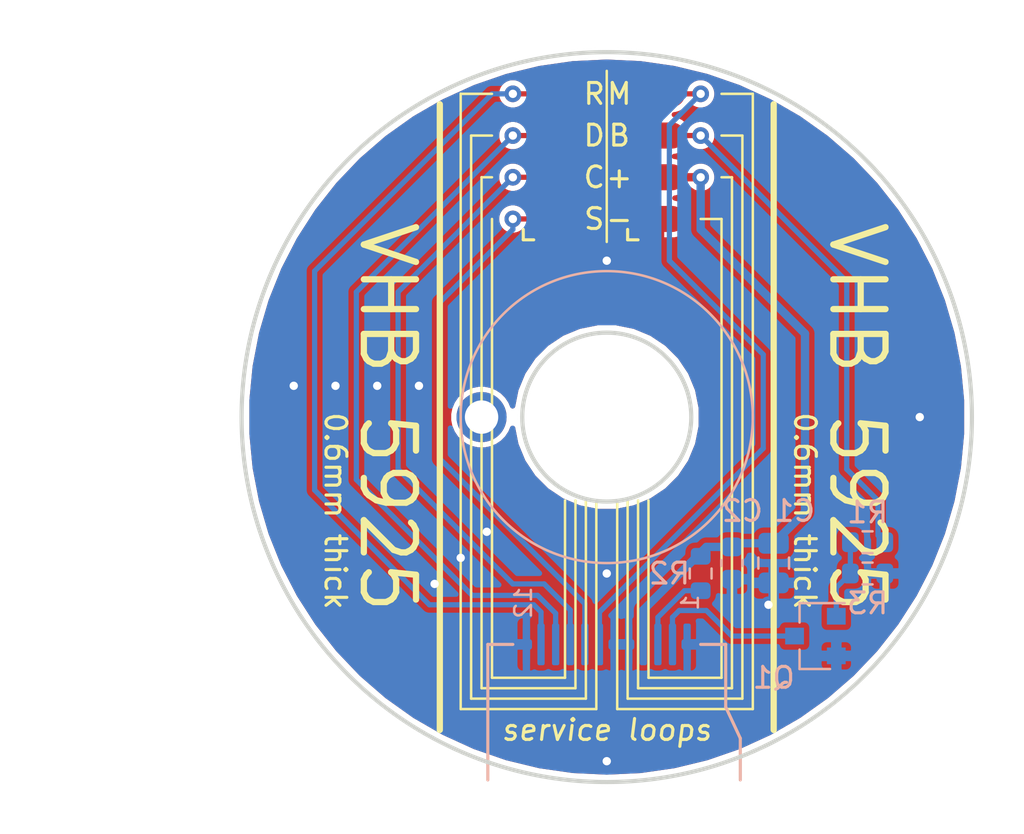
<source format=kicad_pcb>
(kicad_pcb (version 20171130) (host pcbnew 5.1.10-88a1d61d58~90~ubuntu20.04.1)

  (general
    (thickness 1.2)
    (drawings 51)
    (tracks 81)
    (zones 0)
    (modules 10)
    (nets 12)
  )

  (page A4)
  (layers
    (0 F.Cu signal hide)
    (31 B.Cu signal)
    (32 B.Adhes user)
    (33 F.Adhes user)
    (34 B.Paste user)
    (35 F.Paste user)
    (36 B.SilkS user)
    (37 F.SilkS user)
    (38 B.Mask user)
    (39 F.Mask user)
    (40 Dwgs.User user)
    (41 Cmts.User user)
    (42 Eco1.User user)
    (43 Eco2.User user)
    (44 Edge.Cuts user)
    (45 Margin user)
    (46 B.CrtYd user)
    (47 F.CrtYd user)
    (48 B.Fab user)
    (49 F.Fab user)
  )

  (setup
    (last_trace_width 0.25)
    (user_trace_width 0.4)
    (trace_clearance 0.2)
    (zone_clearance 0.254)
    (zone_45_only no)
    (trace_min 0.2)
    (via_size 0.8)
    (via_drill 0.4)
    (via_min_size 0.4)
    (via_min_drill 0.3)
    (uvia_size 0.3)
    (uvia_drill 0.1)
    (uvias_allowed no)
    (uvia_min_size 0.2)
    (uvia_min_drill 0.1)
    (edge_width 0.05)
    (segment_width 0.2)
    (pcb_text_width 0.3)
    (pcb_text_size 1.5 1.5)
    (mod_edge_width 0.12)
    (mod_text_size 1 1)
    (mod_text_width 0.15)
    (pad_size 1.524 1.524)
    (pad_drill 0.762)
    (pad_to_mask_clearance 0)
    (aux_axis_origin 0 0)
    (visible_elements FFFFFF7F)
    (pcbplotparams
      (layerselection 0x010fc_ffffffff)
      (usegerberextensions false)
      (usegerberattributes true)
      (usegerberadvancedattributes true)
      (creategerberjobfile true)
      (excludeedgelayer true)
      (linewidth 0.100000)
      (plotframeref false)
      (viasonmask false)
      (mode 1)
      (useauxorigin false)
      (hpglpennumber 1)
      (hpglpenspeed 20)
      (hpglpendiameter 15.000000)
      (psnegative false)
      (psa4output false)
      (plotreference true)
      (plotvalue true)
      (plotinvisibletext false)
      (padsonsilk false)
      (subtractmaskfromsilk false)
      (outputformat 1)
      (mirror false)
      (drillshape 1)
      (scaleselection 1)
      (outputdirectory ""))
  )

  (net 0 "")
  (net 1 GND)
  (net 2 /VDD)
  (net 3 /DC)
  (net 4 /BACKLIGHT_EN)
  (net 5 /nRESET)
  (net 6 /MOSI)
  (net 7 /SCK)
  (net 8 /nCS)
  (net 9 /LEDA)
  (net 10 /LEDK)
  (net 11 "Net-(Q1-Pad1)")

  (net_class Default "This is the default net class."
    (clearance 0.2)
    (trace_width 0.25)
    (via_dia 0.8)
    (via_drill 0.4)
    (uvia_dia 0.3)
    (uvia_drill 0.1)
    (add_net /BACKLIGHT_EN)
    (add_net /DC)
    (add_net /LEDA)
    (add_net /LEDK)
    (add_net /MOSI)
    (add_net /SCK)
    (add_net /VDD)
    (add_net /nCS)
    (add_net /nRESET)
    (add_net GND)
    (add_net "Net-(Q1-Pad1)")
  )

  (module LCD_GC9A01:GC9A01Round1.28 (layer B.Cu) (tedit 6208A85C) (tstamp 6207D05B)
    (at 0 10.9 90)
    (path /620756C7)
    (attr virtual)
    (fp_text reference J2 (at 4 -1 90) (layer B.SilkS) hide
      (effects (font (size 1 1) (thickness 0.15)) (justify mirror))
    )
    (fp_text value GC9A01 (at 0 0.5 90) (layer B.Fab)
      (effects (font (size 1 1) (thickness 0.15)) (justify mirror))
    )
    (fp_text user 12 (at 2 -4 90) (layer B.SilkS)
      (effects (font (size 0.8 0.8) (thickness 0.12)) (justify mirror))
    )
    (fp_text user 1 (at 2 4 90) (layer B.SilkS)
      (effects (font (size 0.8 0.8) (thickness 0.12)) (justify mirror))
    )
    (fp_line (start 0 -5.7) (end 0 -4.5) (layer B.SilkS) (width 0.15))
    (fp_line (start 0 5.7) (end 0 4.5) (layer B.SilkS) (width 0.15))
    (fp_line (start -4.5 6.4) (end -3 5.7) (layer B.SilkS) (width 0.15))
    (fp_line (start -6.5 6.4) (end -4.5 6.4) (layer B.SilkS) (width 0.15))
    (fp_line (start 0 -5.7) (end -6.5 -5.7) (layer B.SilkS) (width 0.15))
    (fp_line (start 0 5.7) (end -3 5.7) (layer B.SilkS) (width 0.15))
    (pad 12 smd roundrect (at 0 -3.85 90) (size 2 0.35) (layers B.Cu B.Paste B.Mask) (roundrect_rratio 0.25)
      (net 1 GND))
    (pad 11 smd roundrect (at 0 -3.15 90) (size 2 0.35) (layers B.Cu B.Paste B.Mask) (roundrect_rratio 0.25)
      (net 5 /nRESET))
    (pad 10 smd roundrect (at 0 -2.45 90) (size 2 0.35) (layers B.Cu B.Paste B.Mask) (roundrect_rratio 0.25)
      (net 6 /MOSI))
    (pad 9 smd roundrect (at 0 -1.75 90) (size 2 0.35) (layers B.Cu B.Paste B.Mask) (roundrect_rratio 0.25)
      (net 7 /SCK))
    (pad 8 smd roundrect (at 0 -1.05 90) (size 2 0.35) (layers B.Cu B.Paste B.Mask) (roundrect_rratio 0.25)
      (net 8 /nCS))
    (pad 7 smd roundrect (at 0 -0.35 90) (size 2 0.35) (layers B.Cu B.Paste B.Mask) (roundrect_rratio 0.25)
      (net 3 /DC))
    (pad 6 smd roundrect (at 0 0.35 90) (size 2 0.35) (layers B.Cu B.Paste B.Mask) (roundrect_rratio 0.25)
      (net 1 GND))
    (pad 5 smd roundrect (at 0 1.05 90) (size 2 0.35) (layers B.Cu B.Paste B.Mask) (roundrect_rratio 0.25)
      (net 1 GND))
    (pad 4 smd roundrect (at 0 1.75 90) (size 2 0.35) (layers B.Cu B.Paste B.Mask) (roundrect_rratio 0.25)
      (net 2 /VDD))
    (pad 3 smd roundrect (at 0 2.45 90) (size 2 0.35) (layers B.Cu B.Paste B.Mask) (roundrect_rratio 0.25)
      (net 9 /LEDA))
    (pad 2 smd roundrect (at 0 3.15 90) (size 2 0.35) (layers B.Cu B.Paste B.Mask) (roundrect_rratio 0.25)
      (net 10 /LEDK))
    (pad 1 smd roundrect (at 0 3.85 90) (size 2 0.35) (layers B.Cu B.Paste B.Mask) (roundrect_rratio 0.25)
      (net 1 GND))
    (model ${KIPRJMOD}/../lib/LCD_GC9A01.3dshapes/TFT-Round-1.28.step
      (offset (xyz 10.9 0 -1.8))
      (scale (xyz 1 1 1))
      (rotate (xyz 0 180 90))
    )
  )

  (module Resistor_SMD:R_0603_1608Metric (layer B.Cu) (tedit 5F68FEEE) (tstamp 6207D0AD)
    (at 12.5 7.5)
    (descr "Resistor SMD 0603 (1608 Metric), square (rectangular) end terminal, IPC_7351 nominal, (Body size source: IPC-SM-782 page 72, https://www.pcb-3d.com/wordpress/wp-content/uploads/ipc-sm-782a_amendment_1_and_2.pdf), generated with kicad-footprint-generator")
    (tags resistor)
    (path /620807F6)
    (attr smd)
    (fp_text reference R3 (at 0 1.43) (layer B.SilkS)
      (effects (font (size 1 1) (thickness 0.15)) (justify mirror))
    )
    (fp_text value 1M (at 0 -1.43) (layer B.Fab)
      (effects (font (size 1 1) (thickness 0.15)) (justify mirror))
    )
    (fp_line (start 1.48 -0.73) (end -1.48 -0.73) (layer B.CrtYd) (width 0.05))
    (fp_line (start 1.48 0.73) (end 1.48 -0.73) (layer B.CrtYd) (width 0.05))
    (fp_line (start -1.48 0.73) (end 1.48 0.73) (layer B.CrtYd) (width 0.05))
    (fp_line (start -1.48 -0.73) (end -1.48 0.73) (layer B.CrtYd) (width 0.05))
    (fp_line (start -0.237258 -0.5225) (end 0.237258 -0.5225) (layer B.SilkS) (width 0.12))
    (fp_line (start -0.237258 0.5225) (end 0.237258 0.5225) (layer B.SilkS) (width 0.12))
    (fp_line (start 0.8 -0.4125) (end -0.8 -0.4125) (layer B.Fab) (width 0.1))
    (fp_line (start 0.8 0.4125) (end 0.8 -0.4125) (layer B.Fab) (width 0.1))
    (fp_line (start -0.8 0.4125) (end 0.8 0.4125) (layer B.Fab) (width 0.1))
    (fp_line (start -0.8 -0.4125) (end -0.8 0.4125) (layer B.Fab) (width 0.1))
    (fp_text user %R (at 0 0) (layer B.Fab)
      (effects (font (size 0.4 0.4) (thickness 0.06)) (justify mirror))
    )
    (pad 2 smd roundrect (at 0.825 0) (size 0.8 0.95) (layers B.Cu B.Paste B.Mask) (roundrect_rratio 0.25)
      (net 1 GND))
    (pad 1 smd roundrect (at -0.825 0) (size 0.8 0.95) (layers B.Cu B.Paste B.Mask) (roundrect_rratio 0.25)
      (net 11 "Net-(Q1-Pad1)"))
    (model ${KISYS3DMOD}/Resistor_SMD.3dshapes/R_0603_1608Metric.wrl
      (at (xyz 0 0 0))
      (scale (xyz 1 1 1))
      (rotate (xyz 0 0 0))
    )
  )

  (module Resistor_SMD:R_0603_1608Metric (layer B.Cu) (tedit 5F68FEEE) (tstamp 6207D09C)
    (at 4.5 7.5 270)
    (descr "Resistor SMD 0603 (1608 Metric), square (rectangular) end terminal, IPC_7351 nominal, (Body size source: IPC-SM-782 page 72, https://www.pcb-3d.com/wordpress/wp-content/uploads/ipc-sm-782a_amendment_1_and_2.pdf), generated with kicad-footprint-generator")
    (tags resistor)
    (path /6209F498)
    (attr smd)
    (fp_text reference R2 (at 0 1.5) (layer B.SilkS)
      (effects (font (size 1 1) (thickness 0.15)) (justify mirror))
    )
    (fp_text value 22R (at 0 -1.43 270) (layer B.Fab)
      (effects (font (size 1 1) (thickness 0.15)) (justify mirror))
    )
    (fp_line (start 1.48 -0.73) (end -1.48 -0.73) (layer B.CrtYd) (width 0.05))
    (fp_line (start 1.48 0.73) (end 1.48 -0.73) (layer B.CrtYd) (width 0.05))
    (fp_line (start -1.48 0.73) (end 1.48 0.73) (layer B.CrtYd) (width 0.05))
    (fp_line (start -1.48 -0.73) (end -1.48 0.73) (layer B.CrtYd) (width 0.05))
    (fp_line (start -0.237258 -0.5225) (end 0.237258 -0.5225) (layer B.SilkS) (width 0.12))
    (fp_line (start -0.237258 0.5225) (end 0.237258 0.5225) (layer B.SilkS) (width 0.12))
    (fp_line (start 0.8 -0.4125) (end -0.8 -0.4125) (layer B.Fab) (width 0.1))
    (fp_line (start 0.8 0.4125) (end 0.8 -0.4125) (layer B.Fab) (width 0.1))
    (fp_line (start -0.8 0.4125) (end 0.8 0.4125) (layer B.Fab) (width 0.1))
    (fp_line (start -0.8 -0.4125) (end -0.8 0.4125) (layer B.Fab) (width 0.1))
    (fp_text user %R (at 0 0 270) (layer B.Fab)
      (effects (font (size 0.4 0.4) (thickness 0.06)) (justify mirror))
    )
    (pad 2 smd roundrect (at 0.825 0 270) (size 0.8 0.95) (layers B.Cu B.Paste B.Mask) (roundrect_rratio 0.25)
      (net 9 /LEDA))
    (pad 1 smd roundrect (at -0.825 0 270) (size 0.8 0.95) (layers B.Cu B.Paste B.Mask) (roundrect_rratio 0.25)
      (net 2 /VDD))
    (model ${KISYS3DMOD}/Resistor_SMD.3dshapes/R_0603_1608Metric.wrl
      (at (xyz 0 0 0))
      (scale (xyz 1 1 1))
      (rotate (xyz 0 0 0))
    )
  )

  (module Resistor_SMD:R_0603_1608Metric (layer B.Cu) (tedit 5F68FEEE) (tstamp 6207D08B)
    (at 12.5 6 180)
    (descr "Resistor SMD 0603 (1608 Metric), square (rectangular) end terminal, IPC_7351 nominal, (Body size source: IPC-SM-782 page 72, https://www.pcb-3d.com/wordpress/wp-content/uploads/ipc-sm-782a_amendment_1_and_2.pdf), generated with kicad-footprint-generator")
    (tags resistor)
    (path /6208164C)
    (attr smd)
    (fp_text reference R1 (at 0 1.43) (layer B.SilkS)
      (effects (font (size 1 1) (thickness 0.15)) (justify mirror))
    )
    (fp_text value 10k (at 0 -1.43) (layer B.Fab)
      (effects (font (size 1 1) (thickness 0.15)) (justify mirror))
    )
    (fp_line (start 1.48 -0.73) (end -1.48 -0.73) (layer B.CrtYd) (width 0.05))
    (fp_line (start 1.48 0.73) (end 1.48 -0.73) (layer B.CrtYd) (width 0.05))
    (fp_line (start -1.48 0.73) (end 1.48 0.73) (layer B.CrtYd) (width 0.05))
    (fp_line (start -1.48 -0.73) (end -1.48 0.73) (layer B.CrtYd) (width 0.05))
    (fp_line (start -0.237258 -0.5225) (end 0.237258 -0.5225) (layer B.SilkS) (width 0.12))
    (fp_line (start -0.237258 0.5225) (end 0.237258 0.5225) (layer B.SilkS) (width 0.12))
    (fp_line (start 0.8 -0.4125) (end -0.8 -0.4125) (layer B.Fab) (width 0.1))
    (fp_line (start 0.8 0.4125) (end 0.8 -0.4125) (layer B.Fab) (width 0.1))
    (fp_line (start -0.8 0.4125) (end 0.8 0.4125) (layer B.Fab) (width 0.1))
    (fp_line (start -0.8 -0.4125) (end -0.8 0.4125) (layer B.Fab) (width 0.1))
    (fp_text user %R (at 0 0) (layer B.Fab)
      (effects (font (size 0.4 0.4) (thickness 0.06)) (justify mirror))
    )
    (pad 2 smd roundrect (at 0.825 0 180) (size 0.8 0.95) (layers B.Cu B.Paste B.Mask) (roundrect_rratio 0.25)
      (net 11 "Net-(Q1-Pad1)"))
    (pad 1 smd roundrect (at -0.825 0 180) (size 0.8 0.95) (layers B.Cu B.Paste B.Mask) (roundrect_rratio 0.25)
      (net 4 /BACKLIGHT_EN))
    (model ${KISYS3DMOD}/Resistor_SMD.3dshapes/R_0603_1608Metric.wrl
      (at (xyz 0 0 0))
      (scale (xyz 1 1 1))
      (rotate (xyz 0 0 0))
    )
  )

  (module Package_TO_SOT_SMD:SOT-23 (layer B.Cu) (tedit 5A02FF57) (tstamp 6207D07A)
    (at 10 10.5 180)
    (descr "SOT-23, Standard")
    (tags SOT-23)
    (path /6207DB9F)
    (attr smd)
    (fp_text reference Q1 (at 2 -2 180) (layer B.SilkS)
      (effects (font (size 1 1) (thickness 0.15)) (justify mirror))
    )
    (fp_text value 2N7002 (at 0 -2.5 180) (layer B.Fab)
      (effects (font (size 1 1) (thickness 0.15)) (justify mirror))
    )
    (fp_line (start 0.76 -1.58) (end -0.7 -1.58) (layer B.SilkS) (width 0.12))
    (fp_line (start 0.76 1.58) (end -1.4 1.58) (layer B.SilkS) (width 0.12))
    (fp_line (start -1.7 -1.75) (end -1.7 1.75) (layer B.CrtYd) (width 0.05))
    (fp_line (start 1.7 -1.75) (end -1.7 -1.75) (layer B.CrtYd) (width 0.05))
    (fp_line (start 1.7 1.75) (end 1.7 -1.75) (layer B.CrtYd) (width 0.05))
    (fp_line (start -1.7 1.75) (end 1.7 1.75) (layer B.CrtYd) (width 0.05))
    (fp_line (start 0.76 1.58) (end 0.76 0.65) (layer B.SilkS) (width 0.12))
    (fp_line (start 0.76 -1.58) (end 0.76 -0.65) (layer B.SilkS) (width 0.12))
    (fp_line (start -0.7 -1.52) (end 0.7 -1.52) (layer B.Fab) (width 0.1))
    (fp_line (start 0.7 1.52) (end 0.7 -1.52) (layer B.Fab) (width 0.1))
    (fp_line (start -0.7 0.95) (end -0.15 1.52) (layer B.Fab) (width 0.1))
    (fp_line (start -0.15 1.52) (end 0.7 1.52) (layer B.Fab) (width 0.1))
    (fp_line (start -0.7 0.95) (end -0.7 -1.5) (layer B.Fab) (width 0.1))
    (fp_text user %R (at 0 0 90) (layer B.Fab)
      (effects (font (size 0.5 0.5) (thickness 0.075)) (justify mirror))
    )
    (pad 3 smd rect (at 1 0 180) (size 0.9 0.8) (layers B.Cu B.Paste B.Mask)
      (net 10 /LEDK))
    (pad 2 smd rect (at -1 -0.95 180) (size 0.9 0.8) (layers B.Cu B.Paste B.Mask)
      (net 1 GND))
    (pad 1 smd rect (at -1 0.95 180) (size 0.9 0.8) (layers B.Cu B.Paste B.Mask)
      (net 11 "Net-(Q1-Pad1)"))
    (model ${KISYS3DMOD}/Package_TO_SOT_SMD.3dshapes/SOT-23.wrl
      (at (xyz 0 0 0))
      (scale (xyz 1 1 1))
      (rotate (xyz 0 0 0))
    )
  )

  (module SolderPads:SolderPads_2mm_4 (layer F.Cu) (tedit 62075369) (tstamp 6207D74B)
    (at -2.5 -9.5 90)
    (path /62076D99)
    (fp_text reference J3 (at 0 0.5 90) (layer F.SilkS) hide
      (effects (font (size 1 1) (thickness 0.15)))
    )
    (fp_text value Conn_01x04 (at 0 -0.5 90) (layer F.Fab)
      (effects (font (size 1 1) (thickness 0.15)))
    )
    (fp_line (start -1 -1.5) (end -1 -1) (layer F.SilkS) (width 0.15))
    (fp_line (start -0.5 -1.5) (end -1 -1.5) (layer F.SilkS) (width 0.15))
    (pad 4 smd oval (at 6 0 90) (size 1.25 2.5) (layers F.Cu F.Mask)
      (net 5 /nRESET))
    (pad 3 smd oval (at 4 0 90) (size 1.25 2.5) (layers F.Cu F.Mask)
      (net 6 /MOSI))
    (pad 2 smd oval (at 2 0 90) (size 1.25 2.5) (layers F.Cu F.Mask)
      (net 7 /SCK))
    (pad 1 smd oval (at 0 0 90) (size 1.25 2.5) (layers F.Cu F.Mask)
      (net 8 /nCS))
  )

  (module SolderPads:SolderPads_2mm_4 (layer F.Cu) (tedit 62075369) (tstamp 6207D043)
    (at 2.5 -9.5 90)
    (path /6207690B)
    (fp_text reference J1 (at 0 0.5 90) (layer F.SilkS) hide
      (effects (font (size 1 1) (thickness 0.15)))
    )
    (fp_text value Conn_01x04 (at 0 -0.5 90) (layer F.Fab)
      (effects (font (size 1 1) (thickness 0.15)))
    )
    (fp_line (start -1 -1.5) (end -1 -1) (layer F.SilkS) (width 0.15))
    (fp_line (start -0.5 -1.5) (end -1 -1.5) (layer F.SilkS) (width 0.15))
    (pad 4 smd oval (at 6 0 90) (size 1.25 2.5) (layers F.Cu F.Mask)
      (net 3 /DC))
    (pad 3 smd oval (at 4 0 90) (size 1.25 2.5) (layers F.Cu F.Mask)
      (net 4 /BACKLIGHT_EN))
    (pad 2 smd oval (at 2 0 90) (size 1.25 2.5) (layers F.Cu F.Mask)
      (net 2 /VDD))
    (pad 1 smd oval (at 0 0 90) (size 1.25 2.5) (layers F.Cu F.Mask)
      (net 1 GND))
  )

  (module Holes:AlignmentHole_1.6 locked (layer F.Cu) (tedit 620752D6) (tstamp 6207D039)
    (at -6 0)
    (descr "Mounting Hole 2.2mm, no annular, M2, ISO7380")
    (tags "mounting hole 2.2mm no annular m2 iso7380")
    (path /62075165)
    (attr virtual)
    (fp_text reference H1 (at 0 -2.75) (layer F.SilkS) hide
      (effects (font (size 1 1) (thickness 0.15)))
    )
    (fp_text value AlignmentHole (at 0 2.75) (layer F.Fab) hide
      (effects (font (size 1 1) (thickness 0.15)))
    )
    (fp_text user %R (at 0.3 0) (layer F.Fab)
      (effects (font (size 1 1) (thickness 0.15)))
    )
    (pad 1 thru_hole circle (at 0 0) (size 2.4 2.4) (drill 1.6) (layers *.Cu *.Mask))
  )

  (module Capacitor_SMD:C_0603_1608Metric (layer B.Cu) (tedit 5F68FEEE) (tstamp 6207D496)
    (at 6 7 270)
    (descr "Capacitor SMD 0603 (1608 Metric), square (rectangular) end terminal, IPC_7351 nominal, (Body size source: IPC-SM-782 page 76, https://www.pcb-3d.com/wordpress/wp-content/uploads/ipc-sm-782a_amendment_1_and_2.pdf), generated with kicad-footprint-generator")
    (tags capacitor)
    (path /620AE2F6)
    (attr smd)
    (fp_text reference C2 (at -2.5 -0.5) (layer B.SilkS)
      (effects (font (size 1 1) (thickness 0.15)) (justify mirror))
    )
    (fp_text value 0.1uF (at 0 -1.43 270) (layer B.Fab)
      (effects (font (size 1 1) (thickness 0.15)) (justify mirror))
    )
    (fp_line (start 1.48 -0.73) (end -1.48 -0.73) (layer B.CrtYd) (width 0.05))
    (fp_line (start 1.48 0.73) (end 1.48 -0.73) (layer B.CrtYd) (width 0.05))
    (fp_line (start -1.48 0.73) (end 1.48 0.73) (layer B.CrtYd) (width 0.05))
    (fp_line (start -1.48 -0.73) (end -1.48 0.73) (layer B.CrtYd) (width 0.05))
    (fp_line (start -0.14058 -0.51) (end 0.14058 -0.51) (layer B.SilkS) (width 0.12))
    (fp_line (start -0.14058 0.51) (end 0.14058 0.51) (layer B.SilkS) (width 0.12))
    (fp_line (start 0.8 -0.4) (end -0.8 -0.4) (layer B.Fab) (width 0.1))
    (fp_line (start 0.8 0.4) (end 0.8 -0.4) (layer B.Fab) (width 0.1))
    (fp_line (start -0.8 0.4) (end 0.8 0.4) (layer B.Fab) (width 0.1))
    (fp_line (start -0.8 -0.4) (end -0.8 0.4) (layer B.Fab) (width 0.1))
    (fp_text user %R (at 0 0 270) (layer B.Fab)
      (effects (font (size 0.4 0.4) (thickness 0.06)) (justify mirror))
    )
    (pad 2 smd roundrect (at 0.775 0 270) (size 0.9 0.95) (layers B.Cu B.Paste B.Mask) (roundrect_rratio 0.25)
      (net 1 GND))
    (pad 1 smd roundrect (at -0.775 0 270) (size 0.9 0.95) (layers B.Cu B.Paste B.Mask) (roundrect_rratio 0.25)
      (net 2 /VDD))
    (model ${KISYS3DMOD}/Capacitor_SMD.3dshapes/C_0603_1608Metric.wrl
      (at (xyz 0 0 0))
      (scale (xyz 1 1 1))
      (rotate (xyz 0 0 0))
    )
  )

  (module Capacitor_SMD:C_0805_2012Metric (layer B.Cu) (tedit 5F68FEEE) (tstamp 6207D4C6)
    (at 8 7 270)
    (descr "Capacitor SMD 0805 (2012 Metric), square (rectangular) end terminal, IPC_7351 nominal, (Body size source: IPC-SM-782 page 76, https://www.pcb-3d.com/wordpress/wp-content/uploads/ipc-sm-782a_amendment_1_and_2.pdf, https://docs.google.com/spreadsheets/d/1BsfQQcO9C6DZCsRaXUlFlo91Tg2WpOkGARC1WS5S8t0/edit?usp=sharing), generated with kicad-footprint-generator")
    (tags capacitor)
    (path /6208DA53)
    (attr smd)
    (fp_text reference C1 (at -2.5 -1) (layer B.SilkS)
      (effects (font (size 1 1) (thickness 0.15)) (justify mirror))
    )
    (fp_text value 22uF (at 0 -1.68 270) (layer B.Fab)
      (effects (font (size 1 1) (thickness 0.15)) (justify mirror))
    )
    (fp_line (start 1.7 -0.98) (end -1.7 -0.98) (layer B.CrtYd) (width 0.05))
    (fp_line (start 1.7 0.98) (end 1.7 -0.98) (layer B.CrtYd) (width 0.05))
    (fp_line (start -1.7 0.98) (end 1.7 0.98) (layer B.CrtYd) (width 0.05))
    (fp_line (start -1.7 -0.98) (end -1.7 0.98) (layer B.CrtYd) (width 0.05))
    (fp_line (start -0.261252 -0.735) (end 0.261252 -0.735) (layer B.SilkS) (width 0.12))
    (fp_line (start -0.261252 0.735) (end 0.261252 0.735) (layer B.SilkS) (width 0.12))
    (fp_line (start 1 -0.625) (end -1 -0.625) (layer B.Fab) (width 0.1))
    (fp_line (start 1 0.625) (end 1 -0.625) (layer B.Fab) (width 0.1))
    (fp_line (start -1 0.625) (end 1 0.625) (layer B.Fab) (width 0.1))
    (fp_line (start -1 -0.625) (end -1 0.625) (layer B.Fab) (width 0.1))
    (fp_text user %R (at 0 0 270) (layer B.Fab)
      (effects (font (size 0.5 0.5) (thickness 0.08)) (justify mirror))
    )
    (pad 2 smd roundrect (at 0.95 0 270) (size 1 1.45) (layers B.Cu B.Paste B.Mask) (roundrect_rratio 0.25)
      (net 1 GND))
    (pad 1 smd roundrect (at -0.95 0 270) (size 1 1.45) (layers B.Cu B.Paste B.Mask) (roundrect_rratio 0.25)
      (net 2 /VDD))
    (model ${KISYS3DMOD}/Capacitor_SMD.3dshapes/C_0805_2012Metric.wrl
      (at (xyz 0 0 0))
      (scale (xyz 1 1 1))
      (rotate (xyz 0 0 0))
    )
  )

  (gr_line (start 1 13.5) (end 1 4) (layer F.SilkS) (width 0.12))
  (gr_line (start 0 -16.6) (end 0 -8.4) (layer F.SilkS) (width 0.12))
  (gr_text S (at -0.6 -9.5) (layer F.SilkS)
    (effects (font (size 1 1) (thickness 0.15)))
  )
  (gr_text C (at -0.6 -11.5) (layer F.SilkS)
    (effects (font (size 1 1) (thickness 0.15)))
  )
  (gr_text - (at 0.6 -9.5) (layer F.SilkS)
    (effects (font (size 1 1) (thickness 0.15)))
  )
  (gr_text + (at 0.6 -11.5) (layer F.SilkS)
    (effects (font (size 1 1) (thickness 0.15)))
  )
  (gr_text B (at 0.6 -13.5) (layer F.SilkS)
    (effects (font (size 1 1) (thickness 0.15)))
  )
  (gr_text D (at -0.6 -13.5) (layer F.SilkS)
    (effects (font (size 1 1) (thickness 0.15)))
  )
  (gr_text M (at 0.6 -15.5) (layer F.SilkS)
    (effects (font (size 1 1) (thickness 0.15)))
  )
  (gr_text R (at -0.6 -15.5) (layer F.SilkS)
    (effects (font (size 1 1) (thickness 0.15)))
  )
  (gr_text "0.6mm thick" (at -13 4.5 -90) (layer F.SilkS) (tstamp 6208F7F2)
    (effects (font (size 1 1) (thickness 0.15)))
  )
  (gr_text "0.6mm thick" (at 9.5 4.5 -90) (layer F.SilkS)
    (effects (font (size 1 1) (thickness 0.15)))
  )
  (gr_line (start -2 12.5) (end -2 4) (layer F.SilkS) (width 0.12))
  (gr_line (start -5.5 12.5) (end -2 12.5) (layer F.SilkS) (width 0.12))
  (gr_line (start -5.5 -9.5) (end -5.5 12.5) (layer F.SilkS) (width 0.12))
  (gr_line (start -1.5 13) (end -1.5 4) (layer F.SilkS) (width 0.12))
  (gr_line (start -6 13) (end -1.5 13) (layer F.SilkS) (width 0.12))
  (gr_line (start -6 -11.5) (end -6 13) (layer F.SilkS) (width 0.12))
  (gr_line (start -5.5 -11.5) (end -6 -11.5) (layer F.SilkS) (width 0.12))
  (gr_line (start -1 13.5) (end -1 4) (layer F.SilkS) (width 0.12))
  (gr_line (start -6.5 13.5) (end -1 13.5) (layer F.SilkS) (width 0.12))
  (gr_line (start -6.5 -13.5) (end -6.5 13.5) (layer F.SilkS) (width 0.12))
  (gr_line (start -5.5 -13.5) (end -6.5 -13.5) (layer F.SilkS) (width 0.12))
  (gr_line (start -0.5 14) (end -0.5 4) (layer F.SilkS) (width 0.12))
  (gr_line (start -7 14) (end -0.5 14) (layer F.SilkS) (width 0.12))
  (gr_line (start -7 -15.5) (end -7 14) (layer F.SilkS) (width 0.12))
  (gr_line (start -5.5 -15.5) (end -7 -15.5) (layer F.SilkS) (width 0.12))
  (gr_text "service loops" (at 0 15) (layer F.SilkS) (tstamp 6208F6F4)
    (effects (font (size 1 1) (thickness 0.15) italic))
  )
  (gr_line (start 2 12.5) (end 2 4) (layer F.SilkS) (width 0.12))
  (gr_line (start 5.5 12.5) (end 2 12.5) (layer F.SilkS) (width 0.12))
  (gr_line (start 5.5 -9.5) (end 5.5 12.5) (layer F.SilkS) (width 0.12))
  (gr_line (start 4.5 -9.5) (end 5.5 -9.5) (layer F.SilkS) (width 0.12))
  (gr_line (start 1.5 13) (end 1.5 4) (layer F.SilkS) (width 0.12))
  (gr_line (start 6 13) (end 1.5 13) (layer F.SilkS) (width 0.12))
  (gr_line (start 6 -11.5) (end 6 13) (layer F.SilkS) (width 0.12) (tstamp 6208F6BF))
  (gr_line (start 5.5 -11.5) (end 6 -11.5) (layer F.SilkS) (width 0.12))
  (gr_line (start 6.5 13.5) (end 1 13.5) (layer F.SilkS) (width 0.12))
  (gr_line (start 6.5 -13.5) (end 6.5 13.5) (layer F.SilkS) (width 0.12))
  (gr_line (start 5.5 -13.5) (end 6.5 -13.5) (layer F.SilkS) (width 0.12))
  (gr_line (start 0.5 14) (end 0.5 4) (layer F.SilkS) (width 0.12))
  (gr_line (start 7 14) (end 0.5 14) (layer F.SilkS) (width 0.12))
  (gr_line (start 7 -15.5) (end 7 14) (layer F.SilkS) (width 0.12))
  (gr_line (start 5.5 -15.5) (end 7 -15.5) (layer F.SilkS) (width 0.12))
  (gr_text "VHB 5925" (at -10.5 0 270) (layer F.SilkS) (tstamp 6208F695)
    (effects (font (size 2.5 2.5) (thickness 0.3)))
  )
  (gr_text "VHB 5925" (at 12 0 -90) (layer F.SilkS)
    (effects (font (size 2.5 2.5) (thickness 0.3)))
  )
  (gr_line (start -8 -15) (end -8 15) (layer F.SilkS) (width 0.3))
  (gr_line (start 8 -15) (end 8 15) (layer F.SilkS) (width 0.3))
  (gr_circle (center 0 0) (end 7 0) (layer B.SilkS) (width 0.12))
  (gr_text "TODO: check connector inset" (at -18 18) (layer Dwgs.User)
    (effects (font (size 1 1) (thickness 0.15)))
  )
  (gr_circle (center 0 0) (end 17.5 0) (layer Edge.Cuts) (width 0.2))
  (gr_circle (center 0 0) (end 4.05 0) (layer Edge.Cuts) (width 0.2))

  (via (at -9 -1.5) (size 0.8) (drill 0.4) (layers F.Cu B.Cu) (net 1))
  (via (at -11 -1.5) (size 0.8) (drill 0.4) (layers F.Cu B.Cu) (net 1))
  (via (at -13 -1.5) (size 0.8) (drill 0.4) (layers F.Cu B.Cu) (net 1))
  (via (at -5.75 5.5) (size 0.8) (drill 0.4) (layers F.Cu B.Cu) (net 1))
  (via (at -7 6.75) (size 0.8) (drill 0.4) (layers F.Cu B.Cu) (net 1) (tstamp 620905D8))
  (via (at -8.25 8) (size 0.8) (drill 0.4) (layers F.Cu B.Cu) (net 1))
  (via (at 0 16.5) (size 0.8) (drill 0.4) (layers F.Cu B.Cu) (net 1))
  (via (at 15 0) (size 0.8) (drill 0.4) (layers F.Cu B.Cu) (net 1))
  (via (at -15 -1.5) (size 0.8) (drill 0.4) (layers F.Cu B.Cu) (net 1))
  (via (at 0 7.5) (size 0.8) (drill 0.4) (layers F.Cu B.Cu) (net 1))
  (via (at 7.75 9) (size 0.8) (drill 0.4) (layers F.Cu B.Cu) (net 1))
  (via (at 0 -7.5) (size 0.8) (drill 0.4) (layers F.Cu B.Cu) (net 1))
  (via (at 4.5 -11.5) (size 0.8) (drill 0.4) (layers F.Cu B.Cu) (net 2))
  (segment (start 2.5 -11.5) (end 4.5 -11.5) (width 0.4) (layer F.Cu) (net 2))
  (segment (start 4.5 -11.5) (end 4.5 -9) (width 0.4) (layer B.Cu) (net 2))
  (segment (start 4.5 -9) (end 9.5 -4) (width 0.4) (layer B.Cu) (net 2))
  (segment (start 9.5 4.55) (end 8 6.05) (width 0.4) (layer B.Cu) (net 2))
  (segment (start 9.5 -4) (end 9.5 4.55) (width 0.4) (layer B.Cu) (net 2))
  (segment (start 6.175 6.05) (end 6 6.225) (width 0.25) (layer B.Cu) (net 2))
  (segment (start 8 6.05) (end 6.175 6.05) (width 0.4) (layer B.Cu) (net 2))
  (segment (start 4.775 6.225) (end 1.75 9.25) (width 0.4) (layer B.Cu) (net 2))
  (segment (start 6 6.225) (end 4.775 6.225) (width 0.4) (layer B.Cu) (net 2))
  (segment (start 1.75 9.25) (end 1.75 10.6) (width 0.4) (layer B.Cu) (net 2))
  (via (at 4.5 -15.5) (size 0.8) (drill 0.4) (layers F.Cu B.Cu) (net 3))
  (segment (start 2.5 -15.5) (end 4.5 -15.5) (width 0.25) (layer F.Cu) (net 3))
  (segment (start 7.5 1.5) (end -0.35 9.35) (width 0.25) (layer B.Cu) (net 3))
  (segment (start 7.5 -3) (end 7.5 1.5) (width 0.25) (layer B.Cu) (net 3))
  (segment (start 3 -7.5) (end 7.5 -3) (width 0.25) (layer B.Cu) (net 3))
  (segment (start 3 -14) (end 3 -7.5) (width 0.25) (layer B.Cu) (net 3))
  (segment (start 4.5 -15.5) (end 3 -14) (width 0.25) (layer B.Cu) (net 3))
  (segment (start -0.35 9.35) (end -0.35 10.6) (width 0.25) (layer B.Cu) (net 3))
  (via (at 4.5 -13.5) (size 0.8) (drill 0.4) (layers F.Cu B.Cu) (net 4))
  (segment (start 2.5 -13.5) (end 4.5 -13.5) (width 0.25) (layer F.Cu) (net 4))
  (segment (start 4.5 -13.5) (end 11.5 -6.5) (width 0.25) (layer B.Cu) (net 4))
  (segment (start 11.5 -6.5) (end 11.5 2.5) (width 0.25) (layer B.Cu) (net 4))
  (segment (start 11.5 2.5) (end 13 4) (width 0.25) (layer B.Cu) (net 4))
  (segment (start 13 5.675) (end 13.325 6) (width 0.25) (layer B.Cu) (net 4))
  (segment (start 13 4) (end 13 5.675) (width 0.25) (layer B.Cu) (net 4))
  (via (at -4.5 -15.5) (size 0.8) (drill 0.4) (layers F.Cu B.Cu) (net 5))
  (segment (start -2.5 -15.5) (end -4.5 -15.5) (width 0.25) (layer F.Cu) (net 5))
  (segment (start -3.15 9.35) (end -3.15 10.6) (width 0.25) (layer B.Cu) (net 5))
  (segment (start -3.5 9) (end -3.15 9.35) (width 0.25) (layer B.Cu) (net 5))
  (segment (start -8.5 9) (end -3.5 9) (width 0.25) (layer B.Cu) (net 5))
  (segment (start -14 -7) (end -14 3.5) (width 0.25) (layer B.Cu) (net 5))
  (segment (start -14 3.5) (end -8.5 9) (width 0.25) (layer B.Cu) (net 5))
  (segment (start -5.5 -15.5) (end -14 -7) (width 0.25) (layer B.Cu) (net 5))
  (segment (start -4.5 -15.5) (end -5.5 -15.5) (width 0.25) (layer B.Cu) (net 5))
  (via (at -4.5 -13.5) (size 0.8) (drill 0.4) (layers F.Cu B.Cu) (net 6))
  (segment (start -2.5 -13.5) (end -4.5 -13.5) (width 0.25) (layer F.Cu) (net 6))
  (segment (start -12 3) (end -6.450009 8.549991) (width 0.25) (layer B.Cu) (net 6))
  (segment (start -6.450009 8.549991) (end -3.313599 8.549991) (width 0.25) (layer B.Cu) (net 6))
  (segment (start -12 -6) (end -12 3) (width 0.25) (layer B.Cu) (net 6))
  (segment (start -3.313599 8.549991) (end -2.45 9.413589) (width 0.25) (layer B.Cu) (net 6))
  (segment (start -4.5 -13.5) (end -12 -6) (width 0.25) (layer B.Cu) (net 6))
  (segment (start -2.45 9.413589) (end -2.45 10.6) (width 0.25) (layer B.Cu) (net 6))
  (via (at -4.5 -11.5) (size 0.8) (drill 0.4) (layers F.Cu B.Cu) (net 7))
  (segment (start -4.5 -11.5) (end -2.5 -11.5) (width 0.25) (layer F.Cu) (net 7))
  (segment (start -10 -6) (end -4.5 -11.5) (width 0.25) (layer B.Cu) (net 7))
  (segment (start -10 2.5) (end -10 -6) (width 0.25) (layer B.Cu) (net 7))
  (segment (start -4.5 8) (end -10 2.5) (width 0.25) (layer B.Cu) (net 7))
  (segment (start -3 8) (end -4.5 8) (width 0.25) (layer B.Cu) (net 7))
  (segment (start -1.75 9.25) (end -3 8) (width 0.25) (layer B.Cu) (net 7))
  (segment (start -1.75 9.25) (end -1.75 10.6) (width 0.25) (layer B.Cu) (net 7))
  (via (at -4.5 -9.5) (size 0.8) (drill 0.4) (layers F.Cu B.Cu) (net 8))
  (segment (start -4.5 -9.5) (end -2.5 -9.5) (width 0.25) (layer F.Cu) (net 8))
  (segment (start -4.5 -9) (end -4.5 -9.5) (width 0.25) (layer B.Cu) (net 8))
  (segment (start -8 -5.5) (end -4.5 -9) (width 0.25) (layer B.Cu) (net 8))
  (segment (start -1.05 8.95) (end -8 2) (width 0.25) (layer B.Cu) (net 8))
  (segment (start -8 2) (end -8 -5.5) (width 0.25) (layer B.Cu) (net 8))
  (segment (start -1.05 8.95) (end -1.05 10.6) (width 0.25) (layer B.Cu) (net 8))
  (segment (start 3.725 8.325) (end 4.5 8.325) (width 0.25) (layer B.Cu) (net 9))
  (segment (start 2.45 9.6) (end 3.725 8.325) (width 0.25) (layer B.Cu) (net 9))
  (segment (start 2.45 10.6) (end 2.45 9.6) (width 0.25) (layer B.Cu) (net 9))
  (segment (start 3.47501 9.27499) (end 4.77499 9.27499) (width 0.25) (layer B.Cu) (net 10))
  (segment (start 3.15 9.6) (end 3.47501 9.27499) (width 0.25) (layer B.Cu) (net 10))
  (segment (start 3.15 10.6) (end 3.15 9.6) (width 0.25) (layer B.Cu) (net 10))
  (segment (start 6 10.5) (end 9 10.5) (width 0.25) (layer B.Cu) (net 10))
  (segment (start 4.77499 9.27499) (end 6 10.5) (width 0.25) (layer B.Cu) (net 10))
  (segment (start 11 8.175) (end 11.675 7.5) (width 0.25) (layer B.Cu) (net 11))
  (segment (start 11 9.55) (end 11 8.175) (width 0.25) (layer B.Cu) (net 11))
  (segment (start 11.675 6) (end 11.675 7.5) (width 0.25) (layer B.Cu) (net 11))

  (zone (net 1) (net_name GND) (layer B.Cu) (tstamp 0) (hatch edge 0.508)
    (connect_pads (clearance 0.254))
    (min_thickness 0.254)
    (fill yes (arc_segments 32) (thermal_gap 0.254) (thermal_bridge_width 0.508))
    (polygon
      (pts
        (xy 20 20) (xy -20 20) (xy -20 -20) (xy 20 -20)
      )
    )
    (filled_polygon
      (pts
        (xy 1.617759 -16.941937) (xy 3.220867 -16.711444) (xy 4.794806 -16.329611) (xy 6.325323 -15.799894) (xy 7.798557 -15.127091)
        (xy 9.201166 -14.317294) (xy 10.520448 -13.377838) (xy 11.744455 -12.31723) (xy 12.862102 -11.145075) (xy 13.863268 -9.871989)
        (xy 14.738886 -8.5095) (xy 15.481027 -7.069948) (xy 16.082969 -5.56637) (xy 16.539261 -4.012381) (xy 16.845771 -2.422056)
        (xy 16.999723 -0.809797) (xy 16.999723 0.809797) (xy 16.845771 2.422056) (xy 16.539261 4.012381) (xy 16.082969 5.56637)
        (xy 15.481027 7.069948) (xy 14.738886 8.5095) (xy 13.863268 9.871989) (xy 12.862102 11.145075) (xy 11.744455 12.31723)
        (xy 10.520448 13.377838) (xy 9.201166 14.317294) (xy 7.798557 15.127091) (xy 6.325323 15.799894) (xy 4.794806 16.329611)
        (xy 3.220867 16.711444) (xy 1.617759 16.941937) (xy 0 17.019) (xy -1.617759 16.941937) (xy -3.220867 16.711444)
        (xy -4.794806 16.329611) (xy -6.325323 15.799894) (xy -7.798557 15.127091) (xy -9.201166 14.317294) (xy -10.520448 13.377838)
        (xy -11.744455 12.31723) (xy -12.142282 11.9) (xy -4.407843 11.9) (xy -4.400487 11.974689) (xy -4.378701 12.046508)
        (xy -4.343322 12.112696) (xy -4.295711 12.170711) (xy -4.237696 12.218322) (xy -4.171508 12.253701) (xy -4.099689 12.275487)
        (xy -4.025 12.282843) (xy -3.99325 12.281) (xy -3.898 12.18575) (xy -3.898 11.027) (xy -4.31075 11.027)
        (xy -4.406 11.12225) (xy -4.407843 11.9) (xy -12.142282 11.9) (xy -12.862102 11.145075) (xy -13.841239 9.9)
        (xy -4.407843 9.9) (xy -4.406 10.67775) (xy -4.31075 10.773) (xy -3.898 10.773) (xy -3.898 9.61425)
        (xy -3.99325 9.519) (xy -4.025 9.517157) (xy -4.099689 9.524513) (xy -4.171508 9.546299) (xy -4.237696 9.581678)
        (xy -4.295711 9.629289) (xy -4.343322 9.687304) (xy -4.378701 9.753492) (xy -4.400487 9.825311) (xy -4.407843 9.9)
        (xy -13.841239 9.9) (xy -13.863268 9.871989) (xy -14.738886 8.5095) (xy -15.481027 7.069948) (xy -16.082969 5.56637)
        (xy -16.539261 4.012381) (xy -16.845771 2.422056) (xy -16.999723 0.809797) (xy -16.999723 -0.809797) (xy -16.845771 -2.422056)
        (xy -16.539261 -4.012381) (xy -16.082969 -5.56637) (xy -15.50903 -7) (xy -14.508447 -7) (xy -14.506 -6.975154)
        (xy -14.505999 3.475144) (xy -14.508447 3.5) (xy -14.498678 3.599192) (xy -14.469745 3.694574) (xy -14.469744 3.694575)
        (xy -14.422758 3.782479) (xy -14.359526 3.859527) (xy -14.340219 3.875372) (xy -8.875372 9.34022) (xy -8.859527 9.359527)
        (xy -8.782479 9.422759) (xy -8.694914 9.469564) (xy -8.694575 9.469745) (xy -8.599193 9.498678) (xy -8.5 9.508448)
        (xy -8.475146 9.506) (xy -3.709591 9.506) (xy -3.697149 9.518443) (xy -3.70675 9.519) (xy -3.802 9.61425)
        (xy -3.802 10.773) (xy -3.707843 10.773) (xy -3.707843 11.027) (xy -3.802 11.027) (xy -3.802 12.18575)
        (xy -3.70675 12.281) (xy -3.675 12.282843) (xy -3.600311 12.275487) (xy -3.528492 12.253701) (xy -3.466762 12.220705)
        (xy -3.417492 12.24704) (xy -3.329259 12.273805) (xy -3.2375 12.282843) (xy -3.0625 12.282843) (xy -2.970741 12.273805)
        (xy -2.882508 12.24704) (xy -2.801191 12.203576) (xy -2.8 12.202599) (xy -2.798809 12.203576) (xy -2.717492 12.24704)
        (xy -2.629259 12.273805) (xy -2.5375 12.282843) (xy -2.3625 12.282843) (xy -2.270741 12.273805) (xy -2.182508 12.24704)
        (xy -2.101191 12.203576) (xy -2.1 12.202599) (xy -2.098809 12.203576) (xy -2.017492 12.24704) (xy -1.929259 12.273805)
        (xy -1.8375 12.282843) (xy -1.6625 12.282843) (xy -1.570741 12.273805) (xy -1.482508 12.24704) (xy -1.401191 12.203576)
        (xy -1.4 12.202599) (xy -1.398809 12.203576) (xy -1.317492 12.24704) (xy -1.229259 12.273805) (xy -1.1375 12.282843)
        (xy -0.9625 12.282843) (xy -0.870741 12.273805) (xy -0.782508 12.24704) (xy -0.701191 12.203576) (xy -0.7 12.202599)
        (xy -0.698809 12.203576) (xy -0.617492 12.24704) (xy -0.529259 12.273805) (xy -0.4375 12.282843) (xy -0.2625 12.282843)
        (xy -0.170741 12.273805) (xy -0.082508 12.24704) (xy -0.033238 12.220705) (xy 0.028492 12.253701) (xy 0.100311 12.275487)
        (xy 0.175 12.282843) (xy 0.20675 12.281) (xy 0.302 12.18575) (xy 0.302 11.027) (xy 0.398 11.027)
        (xy 0.398 12.18575) (xy 0.49325 12.281) (xy 0.525 12.282843) (xy 0.599689 12.275487) (xy 0.671508 12.253701)
        (xy 0.7 12.238471) (xy 0.728492 12.253701) (xy 0.800311 12.275487) (xy 0.875 12.282843) (xy 0.90675 12.281)
        (xy 1.002 12.18575) (xy 1.002 11.027) (xy 0.398 11.027) (xy 0.302 11.027) (xy 0.207843 11.027)
        (xy 0.207843 10.773) (xy 0.302 10.773) (xy 0.302 9.61425) (xy 0.398 9.61425) (xy 0.398 10.773)
        (xy 1.002 10.773) (xy 1.002 9.61425) (xy 1.098 9.61425) (xy 1.098 10.773) (xy 1.192157 10.773)
        (xy 1.192157 11.027) (xy 1.098 11.027) (xy 1.098 12.18575) (xy 1.19325 12.281) (xy 1.225 12.282843)
        (xy 1.299689 12.275487) (xy 1.371508 12.253701) (xy 1.433238 12.220705) (xy 1.482508 12.24704) (xy 1.570741 12.273805)
        (xy 1.6625 12.282843) (xy 1.8375 12.282843) (xy 1.929259 12.273805) (xy 2.017492 12.24704) (xy 2.098809 12.203576)
        (xy 2.1 12.202599) (xy 2.101191 12.203576) (xy 2.182508 12.24704) (xy 2.270741 12.273805) (xy 2.3625 12.282843)
        (xy 2.5375 12.282843) (xy 2.629259 12.273805) (xy 2.717492 12.24704) (xy 2.798809 12.203576) (xy 2.8 12.202599)
        (xy 2.801191 12.203576) (xy 2.882508 12.24704) (xy 2.970741 12.273805) (xy 3.0625 12.282843) (xy 3.2375 12.282843)
        (xy 3.329259 12.273805) (xy 3.417492 12.24704) (xy 3.466762 12.220705) (xy 3.528492 12.253701) (xy 3.600311 12.275487)
        (xy 3.675 12.282843) (xy 3.70675 12.281) (xy 3.802 12.18575) (xy 3.802 11.027) (xy 3.898 11.027)
        (xy 3.898 12.18575) (xy 3.99325 12.281) (xy 4.025 12.282843) (xy 4.099689 12.275487) (xy 4.171508 12.253701)
        (xy 4.237696 12.218322) (xy 4.295711 12.170711) (xy 4.343322 12.112696) (xy 4.378701 12.046508) (xy 4.400487 11.974689)
        (xy 4.407843 11.9) (xy 4.407725 11.85) (xy 10.167157 11.85) (xy 10.174513 11.924689) (xy 10.196299 11.996508)
        (xy 10.231678 12.062696) (xy 10.279289 12.120711) (xy 10.337304 12.168322) (xy 10.403492 12.203701) (xy 10.475311 12.225487)
        (xy 10.55 12.232843) (xy 10.77775 12.231) (xy 10.873 12.13575) (xy 10.873 11.577) (xy 11.127 11.577)
        (xy 11.127 12.13575) (xy 11.22225 12.231) (xy 11.45 12.232843) (xy 11.524689 12.225487) (xy 11.596508 12.203701)
        (xy 11.662696 12.168322) (xy 11.720711 12.120711) (xy 11.768322 12.062696) (xy 11.803701 11.996508) (xy 11.825487 11.924689)
        (xy 11.832843 11.85) (xy 11.831 11.67225) (xy 11.73575 11.577) (xy 11.127 11.577) (xy 10.873 11.577)
        (xy 10.26425 11.577) (xy 10.169 11.67225) (xy 10.167157 11.85) (xy 4.407725 11.85) (xy 4.406 11.12225)
        (xy 4.31075 11.027) (xy 3.898 11.027) (xy 3.802 11.027) (xy 3.707843 11.027) (xy 3.707843 10.773)
        (xy 3.802 10.773) (xy 3.802 10.753) (xy 3.898 10.753) (xy 3.898 10.773) (xy 4.31075 10.773)
        (xy 4.406 10.67775) (xy 4.407843 9.9) (xy 4.400487 9.825311) (xy 4.387042 9.78099) (xy 4.565399 9.78099)
        (xy 5.624628 10.84022) (xy 5.640473 10.859527) (xy 5.717521 10.922759) (xy 5.786309 10.959527) (xy 5.805425 10.969745)
        (xy 5.900807 10.998678) (xy 6 11.008448) (xy 6.024854 11.006) (xy 8.184011 11.006) (xy 8.196299 11.046508)
        (xy 8.231678 11.112696) (xy 8.279289 11.170711) (xy 8.337304 11.218322) (xy 8.403492 11.253701) (xy 8.475311 11.275487)
        (xy 8.55 11.282843) (xy 9.45 11.282843) (xy 9.524689 11.275487) (xy 9.596508 11.253701) (xy 9.662696 11.218322)
        (xy 9.720711 11.170711) (xy 9.768322 11.112696) (xy 9.801834 11.05) (xy 10.167157 11.05) (xy 10.169 11.22775)
        (xy 10.26425 11.323) (xy 10.873 11.323) (xy 10.873 10.76425) (xy 11.127 10.76425) (xy 11.127 11.323)
        (xy 11.73575 11.323) (xy 11.831 11.22775) (xy 11.832843 11.05) (xy 11.825487 10.975311) (xy 11.803701 10.903492)
        (xy 11.768322 10.837304) (xy 11.720711 10.779289) (xy 11.662696 10.731678) (xy 11.596508 10.696299) (xy 11.524689 10.674513)
        (xy 11.45 10.667157) (xy 11.22225 10.669) (xy 11.127 10.76425) (xy 10.873 10.76425) (xy 10.77775 10.669)
        (xy 10.55 10.667157) (xy 10.475311 10.674513) (xy 10.403492 10.696299) (xy 10.337304 10.731678) (xy 10.279289 10.779289)
        (xy 10.231678 10.837304) (xy 10.196299 10.903492) (xy 10.174513 10.975311) (xy 10.167157 11.05) (xy 9.801834 11.05)
        (xy 9.803701 11.046508) (xy 9.825487 10.974689) (xy 9.832843 10.9) (xy 9.832843 10.1) (xy 9.825487 10.025311)
        (xy 9.803701 9.953492) (xy 9.768322 9.887304) (xy 9.720711 9.829289) (xy 9.662696 9.781678) (xy 9.596508 9.746299)
        (xy 9.524689 9.724513) (xy 9.45 9.717157) (xy 8.55 9.717157) (xy 8.475311 9.724513) (xy 8.403492 9.746299)
        (xy 8.337304 9.781678) (xy 8.279289 9.829289) (xy 8.231678 9.887304) (xy 8.196299 9.953492) (xy 8.184011 9.994)
        (xy 6.209592 9.994) (xy 5.365592 9.15) (xy 10.167157 9.15) (xy 10.167157 9.95) (xy 10.174513 10.024689)
        (xy 10.196299 10.096508) (xy 10.231678 10.162696) (xy 10.279289 10.220711) (xy 10.337304 10.268322) (xy 10.403492 10.303701)
        (xy 10.475311 10.325487) (xy 10.55 10.332843) (xy 11.45 10.332843) (xy 11.524689 10.325487) (xy 11.596508 10.303701)
        (xy 11.662696 10.268322) (xy 11.720711 10.220711) (xy 11.768322 10.162696) (xy 11.803701 10.096508) (xy 11.825487 10.024689)
        (xy 11.832843 9.95) (xy 11.832843 9.15) (xy 11.825487 9.075311) (xy 11.803701 9.003492) (xy 11.768322 8.937304)
        (xy 11.720711 8.879289) (xy 11.662696 8.831678) (xy 11.596508 8.796299) (xy 11.524689 8.774513) (xy 11.506 8.772672)
        (xy 11.506 8.384591) (xy 11.532748 8.357843) (xy 11.875 8.357843) (xy 11.988707 8.346644) (xy 12.098044 8.313477)
        (xy 12.19881 8.259616) (xy 12.287132 8.187132) (xy 12.359616 8.09881) (xy 12.413477 7.998044) (xy 12.420467 7.975)
        (xy 12.542157 7.975) (xy 12.549513 8.049689) (xy 12.571299 8.121508) (xy 12.606678 8.187696) (xy 12.654289 8.245711)
        (xy 12.712304 8.293322) (xy 12.778492 8.328701) (xy 12.850311 8.350487) (xy 12.925 8.357843) (xy 13.10275 8.356)
        (xy 13.198 8.26075) (xy 13.198 7.627) (xy 13.452 7.627) (xy 13.452 8.26075) (xy 13.54725 8.356)
        (xy 13.725 8.357843) (xy 13.799689 8.350487) (xy 13.871508 8.328701) (xy 13.937696 8.293322) (xy 13.995711 8.245711)
        (xy 14.043322 8.187696) (xy 14.078701 8.121508) (xy 14.100487 8.049689) (xy 14.107843 7.975) (xy 14.106 7.72225)
        (xy 14.01075 7.627) (xy 13.452 7.627) (xy 13.198 7.627) (xy 12.63925 7.627) (xy 12.544 7.72225)
        (xy 12.542157 7.975) (xy 12.420467 7.975) (xy 12.446644 7.888707) (xy 12.457843 7.775) (xy 12.457843 7.225)
        (xy 12.446644 7.111293) (xy 12.413477 7.001956) (xy 12.359616 6.90119) (xy 12.287132 6.812868) (xy 12.210527 6.75)
        (xy 12.287132 6.687132) (xy 12.359616 6.59881) (xy 12.413477 6.498044) (xy 12.446644 6.388707) (xy 12.457843 6.275)
        (xy 12.457843 5.725) (xy 12.446644 5.611293) (xy 12.413477 5.501956) (xy 12.359616 5.40119) (xy 12.287132 5.312868)
        (xy 12.19881 5.240384) (xy 12.098044 5.186523) (xy 11.988707 5.153356) (xy 11.875 5.142157) (xy 11.475 5.142157)
        (xy 11.361293 5.153356) (xy 11.251956 5.186523) (xy 11.15119 5.240384) (xy 11.062868 5.312868) (xy 10.990384 5.40119)
        (xy 10.936523 5.501956) (xy 10.903356 5.611293) (xy 10.892157 5.725) (xy 10.892157 6.275) (xy 10.903356 6.388707)
        (xy 10.936523 6.498044) (xy 10.990384 6.59881) (xy 11.062868 6.687132) (xy 11.139473 6.75) (xy 11.062868 6.812868)
        (xy 10.990384 6.90119) (xy 10.936523 7.001956) (xy 10.903356 7.111293) (xy 10.892157 7.225) (xy 10.892157 7.567252)
        (xy 10.65978 7.799629) (xy 10.640474 7.815473) (xy 10.577242 7.892521) (xy 10.552127 7.939508) (xy 10.530255 7.980426)
        (xy 10.501322 8.075808) (xy 10.491553 8.175) (xy 10.494001 8.199856) (xy 10.494001 8.772672) (xy 10.475311 8.774513)
        (xy 10.403492 8.796299) (xy 10.337304 8.831678) (xy 10.279289 8.879289) (xy 10.231678 8.937304) (xy 10.196299 9.003492)
        (xy 10.174513 9.075311) (xy 10.167157 9.15) (xy 5.365592 9.15) (xy 5.168233 8.952642) (xy 5.187132 8.937132)
        (xy 5.259616 8.84881) (xy 5.313477 8.748044) (xy 5.346644 8.638707) (xy 5.353851 8.56553) (xy 5.378492 8.578701)
        (xy 5.450311 8.600487) (xy 5.525 8.607843) (xy 5.77775 8.606) (xy 5.873 8.51075) (xy 5.873 7.902)
        (xy 6.127 7.902) (xy 6.127 8.51075) (xy 6.22225 8.606) (xy 6.475 8.607843) (xy 6.549689 8.600487)
        (xy 6.621508 8.578701) (xy 6.687696 8.543322) (xy 6.745711 8.495711) (xy 6.783224 8.45) (xy 6.892157 8.45)
        (xy 6.899513 8.524689) (xy 6.921299 8.596508) (xy 6.956678 8.662696) (xy 7.004289 8.720711) (xy 7.062304 8.768322)
        (xy 7.128492 8.803701) (xy 7.200311 8.825487) (xy 7.275 8.832843) (xy 7.77775 8.831) (xy 7.873 8.73575)
        (xy 7.873 8.077) (xy 8.127 8.077) (xy 8.127 8.73575) (xy 8.22225 8.831) (xy 8.725 8.832843)
        (xy 8.799689 8.825487) (xy 8.871508 8.803701) (xy 8.937696 8.768322) (xy 8.995711 8.720711) (xy 9.043322 8.662696)
        (xy 9.078701 8.596508) (xy 9.100487 8.524689) (xy 9.107843 8.45) (xy 9.106 8.17225) (xy 9.01075 8.077)
        (xy 8.127 8.077) (xy 7.873 8.077) (xy 6.98925 8.077) (xy 6.894 8.17225) (xy 6.892157 8.45)
        (xy 6.783224 8.45) (xy 6.793322 8.437696) (xy 6.828701 8.371508) (xy 6.850487 8.299689) (xy 6.857843 8.225)
        (xy 6.856 7.99725) (xy 6.76075 7.902) (xy 6.127 7.902) (xy 5.873 7.902) (xy 5.853 7.902)
        (xy 5.853 7.648) (xy 5.873 7.648) (xy 5.873 7.628) (xy 6.127 7.628) (xy 6.127 7.648)
        (xy 6.76075 7.648) (xy 6.856 7.55275) (xy 6.856831 7.45) (xy 6.892157 7.45) (xy 6.894 7.72775)
        (xy 6.98925 7.823) (xy 7.873 7.823) (xy 7.873 7.16425) (xy 8.127 7.16425) (xy 8.127 7.823)
        (xy 9.01075 7.823) (xy 9.106 7.72775) (xy 9.107843 7.45) (xy 9.100487 7.375311) (xy 9.078701 7.303492)
        (xy 9.043322 7.237304) (xy 8.995711 7.179289) (xy 8.937696 7.131678) (xy 8.871508 7.096299) (xy 8.799689 7.074513)
        (xy 8.725 7.067157) (xy 8.22225 7.069) (xy 8.127 7.16425) (xy 7.873 7.16425) (xy 7.77775 7.069)
        (xy 7.275 7.067157) (xy 7.200311 7.074513) (xy 7.128492 7.096299) (xy 7.062304 7.131678) (xy 7.004289 7.179289)
        (xy 6.956678 7.237304) (xy 6.921299 7.303492) (xy 6.899513 7.375311) (xy 6.892157 7.45) (xy 6.856831 7.45)
        (xy 6.857843 7.325) (xy 6.850487 7.250311) (xy 6.828701 7.178492) (xy 6.793322 7.112304) (xy 6.745711 7.054289)
        (xy 6.687696 7.006678) (xy 6.621508 6.971299) (xy 6.580967 6.959001) (xy 6.587699 6.955403) (xy 6.67981 6.87981)
        (xy 6.755403 6.787699) (xy 6.811574 6.682611) (xy 6.82723 6.631) (xy 6.987805 6.631) (xy 6.99881 6.651589)
        (xy 7.077512 6.747488) (xy 7.173411 6.82619) (xy 7.282821 6.884671) (xy 7.401538 6.920683) (xy 7.525 6.932843)
        (xy 8.475 6.932843) (xy 8.598462 6.920683) (xy 8.717179 6.884671) (xy 8.826589 6.82619) (xy 8.922488 6.747488)
        (xy 9.00119 6.651589) (xy 9.059671 6.542179) (xy 9.095683 6.423462) (xy 9.107843 6.3) (xy 9.107843 5.8)
        (xy 9.104599 5.767059) (xy 9.890645 4.981013) (xy 9.912817 4.962817) (xy 9.985421 4.874348) (xy 10.039371 4.773415)
        (xy 10.072593 4.663896) (xy 10.081 4.57854) (xy 10.081 4.578538) (xy 10.083811 4.550001) (xy 10.081 4.521464)
        (xy 10.081 -3.97146) (xy 10.083811 -4) (xy 10.072593 -4.113896) (xy 10.039371 -4.223415) (xy 9.985421 -4.324348)
        (xy 9.93101 -4.390649) (xy 9.931008 -4.390651) (xy 9.912817 -4.412817) (xy 9.890652 -4.431007) (xy 5.081 -9.240657)
        (xy 5.081 -10.976499) (xy 5.106642 -11.002141) (xy 5.192113 -11.130058) (xy 5.250987 -11.272191) (xy 5.281 -11.423078)
        (xy 5.281 -11.576922) (xy 5.250987 -11.727809) (xy 5.192113 -11.869942) (xy 5.106642 -11.997859) (xy 4.997859 -12.106642)
        (xy 4.869942 -12.192113) (xy 4.727809 -12.250987) (xy 4.576922 -12.281) (xy 4.423078 -12.281) (xy 4.272191 -12.250987)
        (xy 4.130058 -12.192113) (xy 4.002141 -12.106642) (xy 3.893358 -11.997859) (xy 3.807887 -11.869942) (xy 3.749013 -11.727809)
        (xy 3.719 -11.576922) (xy 3.719 -11.423078) (xy 3.749013 -11.272191) (xy 3.807887 -11.130058) (xy 3.893358 -11.002141)
        (xy 3.919 -10.976499) (xy 3.919001 -9.02855) (xy 3.916189 -9) (xy 3.927407 -8.886105) (xy 3.960629 -8.776586)
        (xy 3.9922 -8.717521) (xy 4.01458 -8.675652) (xy 4.087184 -8.587183) (xy 4.109356 -8.568987) (xy 8.919 -3.759341)
        (xy 8.919001 4.309341) (xy 8.061186 5.167157) (xy 7.525 5.167157) (xy 7.401538 5.179317) (xy 7.282821 5.215329)
        (xy 7.173411 5.27381) (xy 7.077512 5.352512) (xy 6.99881 5.448411) (xy 6.987805 5.469) (xy 6.539811 5.469)
        (xy 6.482611 5.438426) (xy 6.368584 5.403837) (xy 6.25 5.392157) (xy 5.75 5.392157) (xy 5.631416 5.403837)
        (xy 5.517389 5.438426) (xy 5.412301 5.494597) (xy 5.32019 5.57019) (xy 5.259616 5.644) (xy 4.803539 5.644)
        (xy 4.774999 5.641189) (xy 4.661104 5.652407) (xy 4.551585 5.685629) (xy 4.450652 5.739579) (xy 4.362183 5.812183)
        (xy 4.343987 5.834355) (xy 4.286185 5.892157) (xy 4.225 5.892157) (xy 4.111293 5.903356) (xy 4.001956 5.936523)
        (xy 3.90119 5.990384) (xy 3.812868 6.062868) (xy 3.740384 6.15119) (xy 3.686523 6.251956) (xy 3.653356 6.361293)
        (xy 3.642157 6.475) (xy 3.642157 6.536185) (xy 1.35936 8.818983) (xy 1.337183 8.837183) (xy 1.277607 8.909778)
        (xy 1.264579 8.925653) (xy 1.210629 9.026586) (xy 1.177407 9.136105) (xy 1.166189 9.25) (xy 1.169 9.27854)
        (xy 1.169 9.54325) (xy 1.098 9.61425) (xy 1.002 9.61425) (xy 0.90675 9.519) (xy 0.875 9.517157)
        (xy 0.800311 9.524513) (xy 0.728492 9.546299) (xy 0.7 9.561529) (xy 0.671508 9.546299) (xy 0.599689 9.524513)
        (xy 0.525 9.517157) (xy 0.49325 9.519) (xy 0.398 9.61425) (xy 0.302 9.61425) (xy 0.20675 9.519)
        (xy 0.197148 9.518443) (xy 7.84022 1.875372) (xy 7.859527 1.859527) (xy 7.922759 1.782479) (xy 7.969745 1.694575)
        (xy 7.998678 1.599193) (xy 8.006 1.524854) (xy 8.006 1.524847) (xy 8.008447 1.500001) (xy 8.006 1.475155)
        (xy 8.006 -2.975155) (xy 8.008447 -3.000001) (xy 8.006 -3.024847) (xy 8.006 -3.024854) (xy 7.998678 -3.099193)
        (xy 7.969745 -3.194575) (xy 7.922759 -3.282479) (xy 7.859527 -3.359527) (xy 7.84022 -3.375372) (xy 3.506 -7.709591)
        (xy 3.506 -13.576922) (xy 3.719 -13.576922) (xy 3.719 -13.423078) (xy 3.749013 -13.272191) (xy 3.807887 -13.130058)
        (xy 3.893358 -13.002141) (xy 4.002141 -12.893358) (xy 4.130058 -12.807887) (xy 4.272191 -12.749013) (xy 4.423078 -12.719)
        (xy 4.565409 -12.719) (xy 10.994 -6.290408) (xy 10.994001 2.475144) (xy 10.991553 2.5) (xy 11.001322 2.599192)
        (xy 11.030255 2.694574) (xy 11.052127 2.735492) (xy 11.077242 2.782479) (xy 11.140474 2.859527) (xy 11.15978 2.875372)
        (xy 12.494 4.209592) (xy 12.494001 5.650144) (xy 12.491553 5.675) (xy 12.501322 5.774192) (xy 12.530255 5.869574)
        (xy 12.542157 5.89184) (xy 12.542157 6.275) (xy 12.553356 6.388707) (xy 12.586523 6.498044) (xy 12.640384 6.59881)
        (xy 12.712868 6.687132) (xy 12.727068 6.698786) (xy 12.712304 6.706678) (xy 12.654289 6.754289) (xy 12.606678 6.812304)
        (xy 12.571299 6.878492) (xy 12.549513 6.950311) (xy 12.542157 7.025) (xy 12.544 7.27775) (xy 12.63925 7.373)
        (xy 13.198 7.373) (xy 13.198 7.353) (xy 13.452 7.353) (xy 13.452 7.373) (xy 14.01075 7.373)
        (xy 14.106 7.27775) (xy 14.107843 7.025) (xy 14.100487 6.950311) (xy 14.078701 6.878492) (xy 14.043322 6.812304)
        (xy 13.995711 6.754289) (xy 13.937696 6.706678) (xy 13.922932 6.698786) (xy 13.937132 6.687132) (xy 14.009616 6.59881)
        (xy 14.063477 6.498044) (xy 14.096644 6.388707) (xy 14.107843 6.275) (xy 14.107843 5.725) (xy 14.096644 5.611293)
        (xy 14.063477 5.501956) (xy 14.009616 5.40119) (xy 13.937132 5.312868) (xy 13.84881 5.240384) (xy 13.748044 5.186523)
        (xy 13.638707 5.153356) (xy 13.525 5.142157) (xy 13.506 5.142157) (xy 13.506 4.024845) (xy 13.508447 3.999999)
        (xy 13.506 3.975153) (xy 13.506 3.975146) (xy 13.498678 3.900807) (xy 13.469745 3.805425) (xy 13.422759 3.717521)
        (xy 13.359527 3.640473) (xy 13.34022 3.624628) (xy 12.006 2.290409) (xy 12.006 -6.475146) (xy 12.008448 -6.5)
        (xy 11.998678 -6.599193) (xy 11.969745 -6.694575) (xy 11.957479 -6.717522) (xy 11.922759 -6.782479) (xy 11.859527 -6.859527)
        (xy 11.84022 -6.875372) (xy 5.281 -13.434591) (xy 5.281 -13.576922) (xy 5.250987 -13.727809) (xy 5.192113 -13.869942)
        (xy 5.106642 -13.997859) (xy 4.997859 -14.106642) (xy 4.869942 -14.192113) (xy 4.727809 -14.250987) (xy 4.576922 -14.281)
        (xy 4.423078 -14.281) (xy 4.272191 -14.250987) (xy 4.130058 -14.192113) (xy 4.002141 -14.106642) (xy 3.893358 -13.997859)
        (xy 3.807887 -13.869942) (xy 3.749013 -13.727809) (xy 3.719 -13.576922) (xy 3.506 -13.576922) (xy 3.506 -13.790409)
        (xy 4.434592 -14.719) (xy 4.576922 -14.719) (xy 4.727809 -14.749013) (xy 4.869942 -14.807887) (xy 4.997859 -14.893358)
        (xy 5.106642 -15.002141) (xy 5.192113 -15.130058) (xy 5.250987 -15.272191) (xy 5.281 -15.423078) (xy 5.281 -15.576922)
        (xy 5.250987 -15.727809) (xy 5.192113 -15.869942) (xy 5.106642 -15.997859) (xy 4.997859 -16.106642) (xy 4.869942 -16.192113)
        (xy 4.727809 -16.250987) (xy 4.576922 -16.281) (xy 4.423078 -16.281) (xy 4.272191 -16.250987) (xy 4.130058 -16.192113)
        (xy 4.002141 -16.106642) (xy 3.893358 -15.997859) (xy 3.807887 -15.869942) (xy 3.749013 -15.727809) (xy 3.719 -15.576922)
        (xy 3.719 -15.434592) (xy 2.659785 -14.375376) (xy 2.640473 -14.359527) (xy 2.577241 -14.282479) (xy 2.530255 -14.194574)
        (xy 2.501322 -14.099192) (xy 2.494 -14.024853) (xy 2.494 -14.024846) (xy 2.491553 -14) (xy 2.494 -13.975154)
        (xy 2.494001 -7.524856) (xy 2.491553 -7.5) (xy 2.501322 -7.400808) (xy 2.530255 -7.305426) (xy 2.552127 -7.264508)
        (xy 2.577242 -7.217521) (xy 2.640474 -7.140473) (xy 2.659781 -7.124628) (xy 6.994 -2.790408) (xy 6.994001 1.290407)
        (xy -0.554831 8.83924) (xy -0.565611 8.803701) (xy -0.580255 8.755425) (xy -0.627241 8.667521) (xy -0.690473 8.590473)
        (xy -0.70978 8.574628) (xy -7.494 1.790409) (xy -7.494 0.524517) (xy -7.401064 0.748884) (xy -7.228043 1.007829)
        (xy -7.007829 1.228043) (xy -6.748884 1.401064) (xy -6.461161 1.520243) (xy -6.155715 1.581) (xy -5.844285 1.581)
        (xy -5.538839 1.520243) (xy -5.251116 1.401064) (xy -4.992171 1.228043) (xy -4.771957 1.007829) (xy -4.598936 0.748884)
        (xy -4.511055 0.536722) (xy -4.355035 1.321086) (xy -4.013624 2.145327) (xy -3.517971 2.887124) (xy -2.887124 3.517971)
        (xy -2.145327 4.013624) (xy -1.321086 4.355035) (xy -0.446076 4.529086) (xy 0.446076 4.529086) (xy 1.321086 4.355035)
        (xy 2.145327 4.013624) (xy 2.887124 3.517971) (xy 3.517971 2.887124) (xy 4.013624 2.145327) (xy 4.355035 1.321086)
        (xy 4.529086 0.446076) (xy 4.529086 -0.446076) (xy 4.355035 -1.321086) (xy 4.013624 -2.145327) (xy 3.517971 -2.887124)
        (xy 2.887124 -3.517971) (xy 2.145327 -4.013624) (xy 1.321086 -4.355035) (xy 0.446076 -4.529086) (xy -0.446076 -4.529086)
        (xy -1.321086 -4.355035) (xy -2.145327 -4.013624) (xy -2.887124 -3.517971) (xy -3.517971 -2.887124) (xy -4.013624 -2.145327)
        (xy -4.355035 -1.321086) (xy -4.511055 -0.536722) (xy -4.598936 -0.748884) (xy -4.771957 -1.007829) (xy -4.992171 -1.228043)
        (xy -5.251116 -1.401064) (xy -5.538839 -1.520243) (xy -5.844285 -1.581) (xy -6.155715 -1.581) (xy -6.461161 -1.520243)
        (xy -6.748884 -1.401064) (xy -7.007829 -1.228043) (xy -7.228043 -1.007829) (xy -7.401064 -0.748884) (xy -7.494 -0.524517)
        (xy -7.494 -5.290409) (xy -4.15978 -8.624628) (xy -4.140473 -8.640473) (xy -4.077241 -8.717521) (xy -4.030255 -8.805425)
        (xy -4.005782 -8.886105) (xy -4.003948 -8.892151) (xy -4.002141 -8.893358) (xy -3.893358 -9.002141) (xy -3.807887 -9.130058)
        (xy -3.749013 -9.272191) (xy -3.719 -9.423078) (xy -3.719 -9.576922) (xy -3.749013 -9.727809) (xy -3.807887 -9.869942)
        (xy -3.893358 -9.997859) (xy -4.002141 -10.106642) (xy -4.130058 -10.192113) (xy -4.272191 -10.250987) (xy -4.423078 -10.281)
        (xy -4.576922 -10.281) (xy -4.727809 -10.250987) (xy -4.869942 -10.192113) (xy -4.997859 -10.106642) (xy -5.106642 -9.997859)
        (xy -5.192113 -9.869942) (xy -5.250987 -9.727809) (xy -5.281 -9.576922) (xy -5.281 -9.423078) (xy -5.250987 -9.272191)
        (xy -5.192113 -9.130058) (xy -5.149424 -9.066168) (xy -8.340219 -5.875372) (xy -8.359526 -5.859527) (xy -8.422758 -5.782479)
        (xy -8.447873 -5.735492) (xy -8.469745 -5.694574) (xy -8.498678 -5.599192) (xy -8.508447 -5.5) (xy -8.505999 -5.475144)
        (xy -8.506 1.975154) (xy -8.508447 2) (xy -8.506 2.024846) (xy -8.506 2.024853) (xy -8.498678 2.099192)
        (xy -8.469745 2.194574) (xy -8.422759 2.282479) (xy -8.359527 2.359527) (xy -8.340215 2.375376) (xy -3.221592 7.494)
        (xy -4.290408 7.494) (xy -9.494 2.290409) (xy -9.494 -5.790409) (xy -4.565408 -10.719) (xy -4.423078 -10.719)
        (xy -4.272191 -10.749013) (xy -4.130058 -10.807887) (xy -4.002141 -10.893358) (xy -3.893358 -11.002141) (xy -3.807887 -11.130058)
        (xy -3.749013 -11.272191) (xy -3.719 -11.423078) (xy -3.719 -11.576922) (xy -3.749013 -11.727809) (xy -3.807887 -11.869942)
        (xy -3.893358 -11.997859) (xy -4.002141 -12.106642) (xy -4.130058 -12.192113) (xy -4.272191 -12.250987) (xy -4.423078 -12.281)
        (xy -4.576922 -12.281) (xy -4.727809 -12.250987) (xy -4.869942 -12.192113) (xy -4.997859 -12.106642) (xy -5.106642 -11.997859)
        (xy -5.192113 -11.869942) (xy -5.250987 -11.727809) (xy -5.281 -11.576922) (xy -5.281 -11.434592) (xy -10.340219 -6.375372)
        (xy -10.359526 -6.359527) (xy -10.422758 -6.282479) (xy -10.447873 -6.235492) (xy -10.469745 -6.194574) (xy -10.498678 -6.099192)
        (xy -10.508447 -6) (xy -10.505999 -5.975144) (xy -10.506 2.475154) (xy -10.508447 2.5) (xy -10.506 2.524846)
        (xy -10.506 2.524853) (xy -10.498678 2.599192) (xy -10.469745 2.694574) (xy -10.422759 2.782479) (xy -10.359527 2.859527)
        (xy -10.340215 2.875376) (xy -5.171601 8.043991) (xy -6.240417 8.043991) (xy -11.494 2.790409) (xy -11.494 -5.790409)
        (xy -4.565408 -12.719) (xy -4.423078 -12.719) (xy -4.272191 -12.749013) (xy -4.130058 -12.807887) (xy -4.002141 -12.893358)
        (xy -3.893358 -13.002141) (xy -3.807887 -13.130058) (xy -3.749013 -13.272191) (xy -3.719 -13.423078) (xy -3.719 -13.576922)
        (xy -3.749013 -13.727809) (xy -3.807887 -13.869942) (xy -3.893358 -13.997859) (xy -4.002141 -14.106642) (xy -4.130058 -14.192113)
        (xy -4.272191 -14.250987) (xy -4.423078 -14.281) (xy -4.576922 -14.281) (xy -4.727809 -14.250987) (xy -4.869942 -14.192113)
        (xy -4.997859 -14.106642) (xy -5.106642 -13.997859) (xy -5.192113 -13.869942) (xy -5.250987 -13.727809) (xy -5.281 -13.576922)
        (xy -5.281 -13.434592) (xy -12.340215 -6.375376) (xy -12.359527 -6.359527) (xy -12.422759 -6.282479) (xy -12.469745 -6.194574)
        (xy -12.498678 -6.099192) (xy -12.506 -6.024853) (xy -12.506 -6.024846) (xy -12.508447 -6) (xy -12.506 -5.975154)
        (xy -12.505999 2.975144) (xy -12.508447 3) (xy -12.498678 3.099192) (xy -12.469745 3.194574) (xy -12.447873 3.235492)
        (xy -12.422758 3.282479) (xy -12.359526 3.359527) (xy -12.340219 3.375372) (xy -7.221592 8.494) (xy -8.290408 8.494)
        (xy -13.494 3.290409) (xy -13.494 -6.790409) (xy -5.290408 -14.994) (xy -5.098501 -14.994) (xy -4.997859 -14.893358)
        (xy -4.869942 -14.807887) (xy -4.727809 -14.749013) (xy -4.576922 -14.719) (xy -4.423078 -14.719) (xy -4.272191 -14.749013)
        (xy -4.130058 -14.807887) (xy -4.002141 -14.893358) (xy -3.893358 -15.002141) (xy -3.807887 -15.130058) (xy -3.749013 -15.272191)
        (xy -3.719 -15.423078) (xy -3.719 -15.576922) (xy -3.749013 -15.727809) (xy -3.807887 -15.869942) (xy -3.893358 -15.997859)
        (xy -4.002141 -16.106642) (xy -4.130058 -16.192113) (xy -4.272191 -16.250987) (xy -4.423078 -16.281) (xy -4.576922 -16.281)
        (xy -4.727809 -16.250987) (xy -4.869942 -16.192113) (xy -4.997859 -16.106642) (xy -5.098501 -16.006) (xy -5.475155 -16.006)
        (xy -5.500001 -16.008447) (xy -5.524847 -16.006) (xy -5.524854 -16.006) (xy -5.586512 -15.999927) (xy -5.599194 -15.998678)
        (xy -5.621393 -15.991944) (xy -5.694575 -15.969745) (xy -5.782479 -15.922759) (xy -5.859527 -15.859527) (xy -5.875372 -15.84022)
        (xy -14.340215 -7.375376) (xy -14.359527 -7.359527) (xy -14.422759 -7.282479) (xy -14.469745 -7.194574) (xy -14.498678 -7.099192)
        (xy -14.506 -7.024853) (xy -14.506 -7.024846) (xy -14.508447 -7) (xy -15.50903 -7) (xy -15.481027 -7.069948)
        (xy -14.738886 -8.5095) (xy -13.863268 -9.871989) (xy -12.862102 -11.145075) (xy -11.744455 -12.31723) (xy -10.520448 -13.377838)
        (xy -9.201166 -14.317294) (xy -7.798557 -15.127091) (xy -6.325323 -15.799894) (xy -4.794806 -16.329611) (xy -3.220867 -16.711444)
        (xy -1.617759 -16.941937) (xy 0 -17.019)
      )
    )
  )
  (zone (net 1) (net_name GND) (layer F.Cu) (tstamp 6208EBFD) (hatch edge 0.508)
    (connect_pads (clearance 0.254))
    (min_thickness 0.254)
    (fill yes (arc_segments 32) (thermal_gap 0.254) (thermal_bridge_width 0.508))
    (polygon
      (pts
        (xy 20 20) (xy -20 20) (xy -20 -20) (xy 20 -20)
      )
    )
    (filled_polygon
      (pts
        (xy 1.617759 -16.941937) (xy 3.220867 -16.711444) (xy 4.794806 -16.329611) (xy 6.325323 -15.799894) (xy 7.798557 -15.127091)
        (xy 9.201166 -14.317294) (xy 10.520448 -13.377838) (xy 11.744455 -12.31723) (xy 12.862102 -11.145075) (xy 13.863268 -9.871989)
        (xy 14.738886 -8.5095) (xy 15.481027 -7.069948) (xy 16.082969 -5.56637) (xy 16.539261 -4.012381) (xy 16.845771 -2.422056)
        (xy 16.999723 -0.809797) (xy 16.999723 0.809797) (xy 16.845771 2.422056) (xy 16.539261 4.012381) (xy 16.082969 5.56637)
        (xy 15.481027 7.069948) (xy 14.738886 8.5095) (xy 13.863268 9.871989) (xy 12.862102 11.145075) (xy 11.744455 12.31723)
        (xy 10.520448 13.377838) (xy 9.201166 14.317294) (xy 7.798557 15.127091) (xy 6.325323 15.799894) (xy 4.794806 16.329611)
        (xy 3.220867 16.711444) (xy 1.617759 16.941937) (xy 0 17.019) (xy -1.617759 16.941937) (xy -3.220867 16.711444)
        (xy -4.794806 16.329611) (xy -6.325323 15.799894) (xy -7.798557 15.127091) (xy -9.201166 14.317294) (xy -10.520448 13.377838)
        (xy -11.744455 12.31723) (xy -12.862102 11.145075) (xy -13.863268 9.871989) (xy -14.738886 8.5095) (xy -15.481027 7.069948)
        (xy -16.082969 5.56637) (xy -16.539261 4.012381) (xy -16.845771 2.422056) (xy -16.999723 0.809797) (xy -16.999723 -0.155715)
        (xy -7.581 -0.155715) (xy -7.581 0.155715) (xy -7.520243 0.461161) (xy -7.401064 0.748884) (xy -7.228043 1.007829)
        (xy -7.007829 1.228043) (xy -6.748884 1.401064) (xy -6.461161 1.520243) (xy -6.155715 1.581) (xy -5.844285 1.581)
        (xy -5.538839 1.520243) (xy -5.251116 1.401064) (xy -4.992171 1.228043) (xy -4.771957 1.007829) (xy -4.598936 0.748884)
        (xy -4.511055 0.536722) (xy -4.355035 1.321086) (xy -4.013624 2.145327) (xy -3.517971 2.887124) (xy -2.887124 3.517971)
        (xy -2.145327 4.013624) (xy -1.321086 4.355035) (xy -0.446076 4.529086) (xy 0.446076 4.529086) (xy 1.321086 4.355035)
        (xy 2.145327 4.013624) (xy 2.887124 3.517971) (xy 3.517971 2.887124) (xy 4.013624 2.145327) (xy 4.355035 1.321086)
        (xy 4.529086 0.446076) (xy 4.529086 -0.446076) (xy 4.355035 -1.321086) (xy 4.013624 -2.145327) (xy 3.517971 -2.887124)
        (xy 2.887124 -3.517971) (xy 2.145327 -4.013624) (xy 1.321086 -4.355035) (xy 0.446076 -4.529086) (xy -0.446076 -4.529086)
        (xy -1.321086 -4.355035) (xy -2.145327 -4.013624) (xy -2.887124 -3.517971) (xy -3.517971 -2.887124) (xy -4.013624 -2.145327)
        (xy -4.355035 -1.321086) (xy -4.511055 -0.536722) (xy -4.598936 -0.748884) (xy -4.771957 -1.007829) (xy -4.992171 -1.228043)
        (xy -5.251116 -1.401064) (xy -5.538839 -1.520243) (xy -5.844285 -1.581) (xy -6.155715 -1.581) (xy -6.461161 -1.520243)
        (xy -6.748884 -1.401064) (xy -7.007829 -1.228043) (xy -7.228043 -1.007829) (xy -7.401064 -0.748884) (xy -7.520243 -0.461161)
        (xy -7.581 -0.155715) (xy -16.999723 -0.155715) (xy -16.999723 -0.809797) (xy -16.845771 -2.422056) (xy -16.539261 -4.012381)
        (xy -16.082969 -5.56637) (xy -15.481027 -7.069948) (xy -14.738886 -8.5095) (xy -13.863268 -9.871989) (xy -12.862102 -11.145075)
        (xy -11.744455 -12.31723) (xy -10.520448 -13.377838) (xy -9.201166 -14.317294) (xy -7.798557 -15.127091) (xy -6.813564 -15.576922)
        (xy -5.281 -15.576922) (xy -5.281 -15.423078) (xy -5.250987 -15.272191) (xy -5.192113 -15.130058) (xy -5.106642 -15.002141)
        (xy -4.997859 -14.893358) (xy -4.869942 -14.807887) (xy -4.727809 -14.749013) (xy -4.576922 -14.719) (xy -4.423078 -14.719)
        (xy -4.272191 -14.749013) (xy -4.130058 -14.807887) (xy -4.002141 -14.893358) (xy -3.96172 -14.933779) (xy -3.839791 -14.785209)
        (xy -3.686608 -14.659495) (xy -3.511842 -14.566081) (xy -3.32221 -14.508557) (xy -3.235331 -14.5) (xy -3.32221 -14.491443)
        (xy -3.511842 -14.433919) (xy -3.686608 -14.340505) (xy -3.839791 -14.214791) (xy -3.96172 -14.066221) (xy -4.002141 -14.106642)
        (xy -4.130058 -14.192113) (xy -4.272191 -14.250987) (xy -4.423078 -14.281) (xy -4.576922 -14.281) (xy -4.727809 -14.250987)
        (xy -4.869942 -14.192113) (xy -4.997859 -14.106642) (xy -5.106642 -13.997859) (xy -5.192113 -13.869942) (xy -5.250987 -13.727809)
        (xy -5.281 -13.576922) (xy -5.281 -13.423078) (xy -5.250987 -13.272191) (xy -5.192113 -13.130058) (xy -5.106642 -13.002141)
        (xy -4.997859 -12.893358) (xy -4.869942 -12.807887) (xy -4.727809 -12.749013) (xy -4.576922 -12.719) (xy -4.423078 -12.719)
        (xy -4.272191 -12.749013) (xy -4.130058 -12.807887) (xy -4.002141 -12.893358) (xy -3.96172 -12.933779) (xy -3.839791 -12.785209)
        (xy -3.686608 -12.659495) (xy -3.511842 -12.566081) (xy -3.32221 -12.508557) (xy -3.235331 -12.5) (xy -3.32221 -12.491443)
        (xy -3.511842 -12.433919) (xy -3.686608 -12.340505) (xy -3.839791 -12.214791) (xy -3.96172 -12.066221) (xy -4.002141 -12.106642)
        (xy -4.130058 -12.192113) (xy -4.272191 -12.250987) (xy -4.423078 -12.281) (xy -4.576922 -12.281) (xy -4.727809 -12.250987)
        (xy -4.869942 -12.192113) (xy -4.997859 -12.106642) (xy -5.106642 -11.997859) (xy -5.192113 -11.869942) (xy -5.250987 -11.727809)
        (xy -5.281 -11.576922) (xy -5.281 -11.423078) (xy -5.250987 -11.272191) (xy -5.192113 -11.130058) (xy -5.106642 -11.002141)
        (xy -4.997859 -10.893358) (xy -4.869942 -10.807887) (xy -4.727809 -10.749013) (xy -4.576922 -10.719) (xy -4.423078 -10.719)
        (xy -4.272191 -10.749013) (xy -4.130058 -10.807887) (xy -4.002141 -10.893358) (xy -3.96172 -10.933779) (xy -3.839791 -10.785209)
        (xy -3.686608 -10.659495) (xy -3.511842 -10.566081) (xy -3.32221 -10.508557) (xy -3.235331 -10.5) (xy -3.32221 -10.491443)
        (xy -3.511842 -10.433919) (xy -3.686608 -10.340505) (xy -3.839791 -10.214791) (xy -3.96172 -10.066221) (xy -4.002141 -10.106642)
        (xy -4.130058 -10.192113) (xy -4.272191 -10.250987) (xy -4.423078 -10.281) (xy -4.576922 -10.281) (xy -4.727809 -10.250987)
        (xy -4.869942 -10.192113) (xy -4.997859 -10.106642) (xy -5.106642 -9.997859) (xy -5.192113 -9.869942) (xy -5.250987 -9.727809)
        (xy -5.281 -9.576922) (xy -5.281 -9.423078) (xy -5.250987 -9.272191) (xy -5.192113 -9.130058) (xy -5.106642 -9.002141)
        (xy -4.997859 -8.893358) (xy -4.869942 -8.807887) (xy -4.727809 -8.749013) (xy -4.576922 -8.719) (xy -4.423078 -8.719)
        (xy -4.272191 -8.749013) (xy -4.130058 -8.807887) (xy -4.002141 -8.893358) (xy -3.96172 -8.933779) (xy -3.839791 -8.785209)
        (xy -3.686608 -8.659495) (xy -3.511842 -8.566081) (xy -3.32221 -8.508557) (xy -3.174414 -8.494) (xy -1.825586 -8.494)
        (xy -1.67779 -8.508557) (xy -1.488158 -8.566081) (xy -1.313392 -8.659495) (xy -1.160209 -8.785209) (xy -1.034495 -8.938392)
        (xy -0.941081 -9.113158) (xy -0.909142 -9.21845) (xy 0.909203 -9.21845) (xy 0.967983 -9.046693) (xy 1.073847 -8.878453)
        (xy 1.210499 -8.734099) (xy 1.372687 -8.619178) (xy 1.554179 -8.538106) (xy 1.748 -8.494) (xy 2.373 -8.494)
        (xy 2.373 -9.373) (xy 2.627 -9.373) (xy 2.627 -8.494) (xy 3.252 -8.494) (xy 3.445821 -8.538106)
        (xy 3.627313 -8.619178) (xy 3.789501 -8.734099) (xy 3.926153 -8.878453) (xy 4.032017 -9.046693) (xy 4.090797 -9.21845)
        (xy 4.026852 -9.373) (xy 2.627 -9.373) (xy 2.373 -9.373) (xy 0.973148 -9.373) (xy 0.909203 -9.21845)
        (xy -0.909142 -9.21845) (xy -0.883557 -9.30279) (xy -0.864133 -9.5) (xy -0.883557 -9.69721) (xy -0.941081 -9.886842)
        (xy -1.034495 -10.061608) (xy -1.160209 -10.214791) (xy -1.313392 -10.340505) (xy -1.488158 -10.433919) (xy -1.67779 -10.491443)
        (xy -1.764669 -10.5) (xy -1.67779 -10.508557) (xy -1.488158 -10.566081) (xy -1.313392 -10.659495) (xy -1.160209 -10.785209)
        (xy -1.034495 -10.938392) (xy -0.941081 -11.113158) (xy -0.883557 -11.30279) (xy -0.864133 -11.5) (xy -0.883557 -11.69721)
        (xy -0.941081 -11.886842) (xy -1.034495 -12.061608) (xy -1.160209 -12.214791) (xy -1.313392 -12.340505) (xy -1.488158 -12.433919)
        (xy -1.67779 -12.491443) (xy -1.764669 -12.5) (xy -1.67779 -12.508557) (xy -1.488158 -12.566081) (xy -1.313392 -12.659495)
        (xy -1.160209 -12.785209) (xy -1.034495 -12.938392) (xy -0.941081 -13.113158) (xy -0.883557 -13.30279) (xy -0.864133 -13.5)
        (xy -0.883557 -13.69721) (xy -0.941081 -13.886842) (xy -1.034495 -14.061608) (xy -1.160209 -14.214791) (xy -1.313392 -14.340505)
        (xy -1.488158 -14.433919) (xy -1.67779 -14.491443) (xy -1.764669 -14.5) (xy -1.67779 -14.508557) (xy -1.488158 -14.566081)
        (xy -1.313392 -14.659495) (xy -1.160209 -14.785209) (xy -1.034495 -14.938392) (xy -0.941081 -15.113158) (xy -0.883557 -15.30279)
        (xy -0.864133 -15.5) (xy 0.864133 -15.5) (xy 0.883557 -15.30279) (xy 0.941081 -15.113158) (xy 1.034495 -14.938392)
        (xy 1.160209 -14.785209) (xy 1.313392 -14.659495) (xy 1.488158 -14.566081) (xy 1.67779 -14.508557) (xy 1.764669 -14.5)
        (xy 1.67779 -14.491443) (xy 1.488158 -14.433919) (xy 1.313392 -14.340505) (xy 1.160209 -14.214791) (xy 1.034495 -14.061608)
        (xy 0.941081 -13.886842) (xy 0.883557 -13.69721) (xy 0.864133 -13.5) (xy 0.883557 -13.30279) (xy 0.941081 -13.113158)
        (xy 1.034495 -12.938392) (xy 1.160209 -12.785209) (xy 1.313392 -12.659495) (xy 1.488158 -12.566081) (xy 1.67779 -12.508557)
        (xy 1.764669 -12.5) (xy 1.67779 -12.491443) (xy 1.488158 -12.433919) (xy 1.313392 -12.340505) (xy 1.160209 -12.214791)
        (xy 1.034495 -12.061608) (xy 0.941081 -11.886842) (xy 0.883557 -11.69721) (xy 0.864133 -11.5) (xy 0.883557 -11.30279)
        (xy 0.941081 -11.113158) (xy 1.034495 -10.938392) (xy 1.160209 -10.785209) (xy 1.313392 -10.659495) (xy 1.488158 -10.566081)
        (xy 1.67779 -10.508557) (xy 1.734633 -10.502958) (xy 1.554179 -10.461894) (xy 1.372687 -10.380822) (xy 1.210499 -10.265901)
        (xy 1.073847 -10.121547) (xy 0.967983 -9.953307) (xy 0.909203 -9.78155) (xy 0.973148 -9.627) (xy 2.373 -9.627)
        (xy 2.373 -9.647) (xy 2.627 -9.647) (xy 2.627 -9.627) (xy 4.026852 -9.627) (xy 4.090797 -9.78155)
        (xy 4.032017 -9.953307) (xy 3.926153 -10.121547) (xy 3.789501 -10.265901) (xy 3.627313 -10.380822) (xy 3.445821 -10.461894)
        (xy 3.265367 -10.502958) (xy 3.32221 -10.508557) (xy 3.511842 -10.566081) (xy 3.686608 -10.659495) (xy 3.839791 -10.785209)
        (xy 3.94959 -10.919) (xy 3.976499 -10.919) (xy 4.002141 -10.893358) (xy 4.130058 -10.807887) (xy 4.272191 -10.749013)
        (xy 4.423078 -10.719) (xy 4.576922 -10.719) (xy 4.727809 -10.749013) (xy 4.869942 -10.807887) (xy 4.997859 -10.893358)
        (xy 5.106642 -11.002141) (xy 5.192113 -11.130058) (xy 5.250987 -11.272191) (xy 5.281 -11.423078) (xy 5.281 -11.576922)
        (xy 5.250987 -11.727809) (xy 5.192113 -11.869942) (xy 5.106642 -11.997859) (xy 4.997859 -12.106642) (xy 4.869942 -12.192113)
        (xy 4.727809 -12.250987) (xy 4.576922 -12.281) (xy 4.423078 -12.281) (xy 4.272191 -12.250987) (xy 4.130058 -12.192113)
        (xy 4.002141 -12.106642) (xy 3.976499 -12.081) (xy 3.94959 -12.081) (xy 3.839791 -12.214791) (xy 3.686608 -12.340505)
        (xy 3.511842 -12.433919) (xy 3.32221 -12.491443) (xy 3.235331 -12.5) (xy 3.32221 -12.508557) (xy 3.511842 -12.566081)
        (xy 3.686608 -12.659495) (xy 3.839791 -12.785209) (xy 3.96172 -12.933779) (xy 4.002141 -12.893358) (xy 4.130058 -12.807887)
        (xy 4.272191 -12.749013) (xy 4.423078 -12.719) (xy 4.576922 -12.719) (xy 4.727809 -12.749013) (xy 4.869942 -12.807887)
        (xy 4.997859 -12.893358) (xy 5.106642 -13.002141) (xy 5.192113 -13.130058) (xy 5.250987 -13.272191) (xy 5.281 -13.423078)
        (xy 5.281 -13.576922) (xy 5.250987 -13.727809) (xy 5.192113 -13.869942) (xy 5.106642 -13.997859) (xy 4.997859 -14.106642)
        (xy 4.869942 -14.192113) (xy 4.727809 -14.250987) (xy 4.576922 -14.281) (xy 4.423078 -14.281) (xy 4.272191 -14.250987)
        (xy 4.130058 -14.192113) (xy 4.002141 -14.106642) (xy 3.96172 -14.066221) (xy 3.839791 -14.214791) (xy 3.686608 -14.340505)
        (xy 3.511842 -14.433919) (xy 3.32221 -14.491443) (xy 3.235331 -14.5) (xy 3.32221 -14.508557) (xy 3.511842 -14.566081)
        (xy 3.686608 -14.659495) (xy 3.839791 -14.785209) (xy 3.96172 -14.933779) (xy 4.002141 -14.893358) (xy 4.130058 -14.807887)
        (xy 4.272191 -14.749013) (xy 4.423078 -14.719) (xy 4.576922 -14.719) (xy 4.727809 -14.749013) (xy 4.869942 -14.807887)
        (xy 4.997859 -14.893358) (xy 5.106642 -15.002141) (xy 5.192113 -15.130058) (xy 5.250987 -15.272191) (xy 5.281 -15.423078)
        (xy 5.281 -15.576922) (xy 5.250987 -15.727809) (xy 5.192113 -15.869942) (xy 5.106642 -15.997859) (xy 4.997859 -16.106642)
        (xy 4.869942 -16.192113) (xy 4.727809 -16.250987) (xy 4.576922 -16.281) (xy 4.423078 -16.281) (xy 4.272191 -16.250987)
        (xy 4.130058 -16.192113) (xy 4.002141 -16.106642) (xy 3.96172 -16.066221) (xy 3.839791 -16.214791) (xy 3.686608 -16.340505)
        (xy 3.511842 -16.433919) (xy 3.32221 -16.491443) (xy 3.174414 -16.506) (xy 1.825586 -16.506) (xy 1.67779 -16.491443)
        (xy 1.488158 -16.433919) (xy 1.313392 -16.340505) (xy 1.160209 -16.214791) (xy 1.034495 -16.061608) (xy 0.941081 -15.886842)
        (xy 0.883557 -15.69721) (xy 0.864133 -15.5) (xy -0.864133 -15.5) (xy -0.883557 -15.69721) (xy -0.941081 -15.886842)
        (xy -1.034495 -16.061608) (xy -1.160209 -16.214791) (xy -1.313392 -16.340505) (xy -1.488158 -16.433919) (xy -1.67779 -16.491443)
        (xy -1.825586 -16.506) (xy -3.174414 -16.506) (xy -3.32221 -16.491443) (xy -3.511842 -16.433919) (xy -3.686608 -16.340505)
        (xy -3.839791 -16.214791) (xy -3.96172 -16.066221) (xy -4.002141 -16.106642) (xy -4.130058 -16.192113) (xy -4.272191 -16.250987)
        (xy -4.423078 -16.281) (xy -4.576922 -16.281) (xy -4.727809 -16.250987) (xy -4.869942 -16.192113) (xy -4.997859 -16.106642)
        (xy -5.106642 -15.997859) (xy -5.192113 -15.869942) (xy -5.250987 -15.727809) (xy -5.281 -15.576922) (xy -6.813564 -15.576922)
        (xy -6.325323 -15.799894) (xy -4.794806 -16.329611) (xy -3.220867 -16.711444) (xy -1.617759 -16.941937) (xy 0 -17.019)
      )
    )
  )
)

</source>
